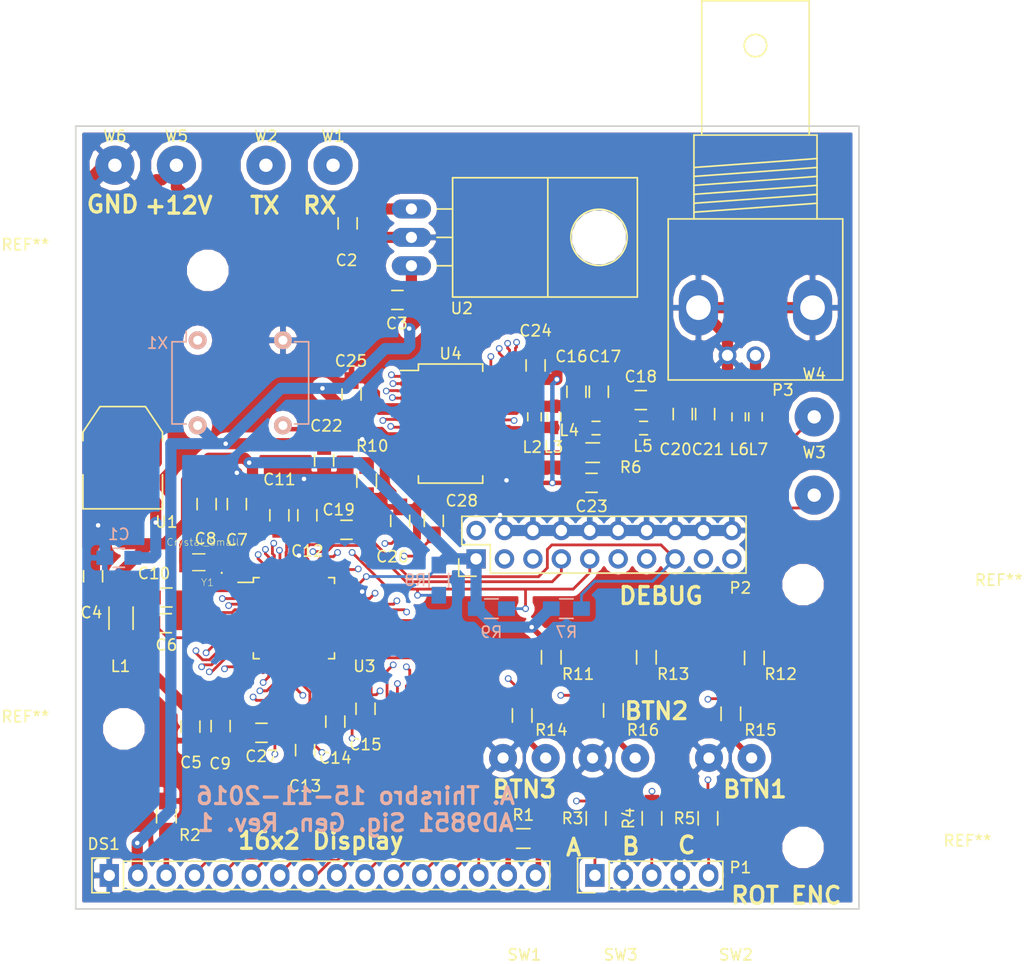
<source format=kicad_pcb>
(kicad_pcb (version 4) (host pcbnew 4.0.2-stable)
  (title_block (date 2016-11-13))
  (layers (0 F.Cu power) (1 In1.Cu signal) (2 In2.Cu signal) (31 B.Cu power) (34 B.Paste user) (35 F.Paste user) (36 B.SilkS user) (37 F.SilkS user) (38 B.Mask user) (39 F.Mask user) (44 Edge.Cuts user))
  (net 0 "")
  (net 1 +12V)
  (net 2 GND)
  (net 3 +5V)
  (net 4 +3V3)
  (net 5 /VDDANA)
  (net 6 /GNDANA)
  (net 7 "Net-(C7-Pad1)")
  (net 8 "Net-(C8-Pad1)")
  (net 9 /VDDCORE)
  (net 10 /ROT_A)
  (net 11 /ROT_B)
  (net 12 /ROT_C)
  (net 13 /MCU_RESET)
  (net 14 "Net-(DS1-Pad3)")
  (net 15 /LCD_RS)
  (net 16 /LCD_RW)
  (net 17 /LCD_EN)
  (net 18 /LCD_D0)
  (net 19 /LCD_D1)
  (net 20 /LCD_D2)
  (net 21 /LCD_D3)
  (net 22 /LCD_D4)
  (net 23 /LCD_D5)
  (net 24 /LCD_D6)
  (net 25 /LCD_D7)
  (net 26 "Net-(DS1-Pad15)")
  (net 27 "Net-(DS1-Pad16)")
  (net 28 "Net-(P1-Pad1)")
  (net 29 "Net-(P1-Pad3)")
  (net 30 /SWDIO)
  (net 31 /SWCLK)
  (net 32 "Net-(P1-Pad5)")
  (net 33 "Net-(R6-Pad1)")
  (net 34 /DDS_D0)
  (net 35 /DDS_D1)
  (net 36 "Net-(U3-Pad7)")
  (net 37 "Net-(U3-Pad8)")
  (net 38 /DDS_D2)
  (net 39 /DDS_D3)
  (net 40 /DDS_D4)
  (net 41 /DDS_D5)
  (net 42 /DDS_D6)
  (net 43 /DDS_D7)
  (net 44 /DDS_W_CLK)
  (net 45 /DDS_F_UP)
  (net 46 /DDS_RESET)
  (net 47 "Net-(U3-Pad39)")
  (net 48 "Net-(U3-Pad41)")
  (net 49 /UART_RX)
  (net 50 /UART_TX)
  (net 51 /X_OUT)
  (net 52 "Net-(U4-Pad13)")
  (net 53 "Net-(U4-Pad14)")
  (net 54 "Net-(U4-Pad17)")
  (net 55 "Net-(X1-Pad1)")
  (net 56 "Net-(C16-Pad1)")
  (net 57 "Net-(C18-Pad1)")
  (net 58 "Net-(C20-Pad1)")
  (net 59 /FILTER_IN)
  (net 60 "Net-(L6-Pad2)")
  (net 61 "Net-(P2-Pad2)")
  (net 62 "Net-(P2-Pad3)")
  (net 63 "Net-(P2-Pad5)")
  (net 64 "Net-(P2-Pad11)")
  (net 65 "Net-(P2-Pad13)")
  (net 66 "Net-(P2-Pad17)")
  (net 67 "Net-(P2-Pad19)")
  (net 68 "Net-(R10-Pad1)")
  (net 69 /BTN3_IN)
  (net 70 /BTN1_IN)
  (net 71 /BTN2_IN)
  (net 72 "Net-(R14-Pad2)")
  (net 73 "Net-(R15-Pad2)")
  (net 74 "Net-(R16-Pad2)")
  (module Pin_Headers:Pin_Header_Straight_1x05 (layer F.Cu) (at 96.4 117 90)
    (fp_text reference P1 (at 0.7 13 180) (layer F.SilkS))
    (fp_text value ROT_ENC)
    (pad 1 thru_hole rect (at 0 0 90) (size 2.032 1.7272) (drill 1.016) (layers *.Cu *.Mask) (net 28 "Net-(P1-Pad1)"))
    (pad 2 thru_hole oval (at 0 2.54 90) (size 2.032 1.7272) (drill 1.016) (layers *.Cu *.Mask) (net 2 GND))
    (pad 3 thru_hole oval (at 0 5.08 90) (size 2.032 1.7272) (drill 1.016) (layers *.Cu *.Mask) (net 29 "Net-(P1-Pad3)"))
    (pad 4 thru_hole oval (at 0 7.62 90) (size 2.032 1.7272) (drill 1.016) (layers *.Cu *.Mask) (net 2 GND))
    (pad 5 thru_hole oval (at 0 10.16 90) (size 2.032 1.7272) (drill 1.016) (layers *.Cu *.Mask) (net 32 "Net-(P1-Pad5)"))
  )
  (module Capacitors_SMD:C_0805_HandSoldering (layer B.Cu) (at 53.85 88.6 180)
    (fp_text reference C1 (at 0 2.1 180) (layer B.SilkS) (effects (justify mirror)))
    (fp_text value 100nF)
    (pad 1 smd rect (at -1.25 0 180) (size 1.5 1.25) (layers B.Cu B.Paste B.Mask) (net 1 +12V))
    (pad 2 smd rect (at 1.25 0 180) (size 1.5 1.25) (layers B.Cu B.Paste B.Mask) (net 2 GND))
  )
  (module Capacitors_SMD:C_0805_HandSoldering (layer F.Cu) (at 74.3 58.7 270)
    (fp_text reference C2 (at 3.3 0.1 360) (layer F.SilkS))
    (fp_text value 100nF)
    (pad 1 smd rect (at -1.25 0 270) (size 1.5 1.25) (layers F.Cu F.Paste F.Mask) (net 1 +12V))
    (pad 2 smd rect (at 1.25 0 270) (size 1.5 1.25) (layers F.Cu F.Paste F.Mask) (net 2 GND))
  )
  (module Capacitors_SMD:C_0805_HandSoldering (layer F.Cu) (at 78.75 65.55 180)
    (fp_text reference C3 (at 0.05 -2.1 180) (layer F.SilkS))
    (fp_text value 100nF)
    (pad 1 smd rect (at -1.25 0 180) (size 1.5 1.25) (layers F.Cu F.Paste F.Mask) (net 3 +5V))
    (pad 2 smd rect (at 1.25 0 180) (size 1.5 1.25) (layers F.Cu F.Paste F.Mask) (net 2 GND))
  )
  (module Capacitors_SMD:C_0805_HandSoldering (layer F.Cu) (at 51.55 90.25 90)
    (fp_text reference C4 (at -3.25 -0.15 180) (layer F.SilkS))
    (fp_text value 10uF)
    (pad 1 smd rect (at -1.25 0 90) (size 1.5 1.25) (layers F.Cu F.Paste F.Mask) (net 4 +3V3))
    (pad 2 smd rect (at 1.25 0 90) (size 1.5 1.25) (layers F.Cu F.Paste F.Mask) (net 2 GND))
  )
  (module Capacitors_SMD:C_0805_HandSoldering (layer F.Cu) (at 60.25 103.7 270)
    (fp_text reference C5 (at 3.2 -0.05 360) (layer F.SilkS))
    (fp_text value 10uF)
    (pad 1 smd rect (at -1.25 0 270) (size 1.5 1.25) (layers F.Cu F.Paste F.Mask) (net 4 +3V3))
    (pad 2 smd rect (at 1.25 0 270) (size 1.5 1.25) (layers F.Cu F.Paste F.Mask) (net 2 GND))
  )
  (module Capacitors_SMD:C_0805_HandSoldering (layer F.Cu) (at 58.05 94.45)
    (fp_text reference C6 (at 0.05 1.95) (layer F.SilkS))
    (fp_text value 10uF)
    (pad 1 smd rect (at -1.25 0) (size 1.5 1.25) (layers F.Cu F.Paste F.Mask) (net 5 /VDDANA))
    (pad 2 smd rect (at 1.25 0) (size 1.5 1.25) (layers F.Cu F.Paste F.Mask) (net 6 /GNDANA))
  )
  (module Capacitors_SMD:C_0805_HandSoldering (layer F.Cu) (at 64.4 83.8 90)
    (fp_text reference C7 (at -3.2 0 180) (layer F.SilkS))
    (fp_text value 15pF)
    (pad 1 smd rect (at -1.25 0 90) (size 1.5 1.25) (layers F.Cu F.Paste F.Mask) (net 7 "Net-(C7-Pad1)"))
    (pad 2 smd rect (at 1.25 0 90) (size 1.5 1.25) (layers F.Cu F.Paste F.Mask) (net 2 GND))
  )
  (module Capacitors_SMD:C_0805_HandSoldering (layer F.Cu) (at 61.7 83.8 90)
    (fp_text reference C8 (at -3.1 -0.1 180) (layer F.SilkS))
    (fp_text value 15pF)
    (pad 1 smd rect (at -1.25 0 90) (size 1.5 1.25) (layers F.Cu F.Paste F.Mask) (net 8 "Net-(C8-Pad1)"))
    (pad 2 smd rect (at 1.25 0 90) (size 1.5 1.25) (layers F.Cu F.Paste F.Mask) (net 2 GND))
  )
  (module Capacitors_SMD:C_0805_HandSoldering (layer F.Cu) (at 62.95 103.65 270)
    (fp_text reference C9 (at 3.35 0.05 360) (layer F.SilkS))
    (fp_text value 100nF)
    (pad 1 smd rect (at -1.25 0 270) (size 1.5 1.25) (layers F.Cu F.Paste F.Mask) (net 4 +3V3))
    (pad 2 smd rect (at 1.25 0 270) (size 1.5 1.25) (layers F.Cu F.Paste F.Mask) (net 2 GND))
  )
  (module Capacitors_SMD:C_0805_HandSoldering (layer F.Cu) (at 58.1 92.15)
    (fp_text reference C10 (at -1.1 -2.15) (layer F.SilkS))
    (fp_text value 100nF)
    (pad 1 smd rect (at -1.25 0) (size 1.5 1.25) (layers F.Cu F.Paste F.Mask) (net 5 /VDDANA))
    (pad 2 smd rect (at 1.25 0) (size 1.5 1.25) (layers F.Cu F.Paste F.Mask) (net 6 /GNDANA))
  )
  (module Capacitors_SMD:C_0805_HandSoldering (layer F.Cu) (at 68.2 84.8 90)
    (fp_text reference C11 (at 3.2 0 180) (layer F.SilkS))
    (fp_text value 100nF)
    (pad 1 smd rect (at -1.25 0 90) (size 1.5 1.25) (layers F.Cu F.Paste F.Mask) (net 4 +3V3))
    (pad 2 smd rect (at 1.25 0 90) (size 1.5 1.25) (layers F.Cu F.Paste F.Mask) (net 2 GND))
  )
  (module Capacitors_SMD:C_0805_HandSoldering (layer F.Cu) (at 70.7 84.8 90)
    (fp_text reference C12 (at -3.2 0 180) (layer F.SilkS))
    (fp_text value 100nF)
    (pad 1 smd rect (at -1.25 0 90) (size 1.5 1.25) (layers F.Cu F.Paste F.Mask) (net 9 /VDDCORE))
    (pad 2 smd rect (at 1.25 0 90) (size 1.5 1.25) (layers F.Cu F.Paste F.Mask) (net 2 GND))
  )
  (module Capacitors_SMD:C_0805_HandSoldering (layer F.Cu) (at 70.5 105.8 270)
    (fp_text reference C13 (at 3.2 0 360) (layer F.SilkS))
    (fp_text value 100nF)
    (pad 1 smd rect (at -1.25 0 270) (size 1.5 1.25) (layers F.Cu F.Paste F.Mask) (net 10 /ROT_A))
    (pad 2 smd rect (at 1.25 0 270) (size 1.5 1.25) (layers F.Cu F.Paste F.Mask) (net 2 GND))
  )
  (module Capacitors_SMD:C_0805_HandSoldering (layer F.Cu) (at 73.2 103.25 270)
    (fp_text reference C14 (at 3.25 0 360) (layer F.SilkS))
    (fp_text value 100nF)
    (pad 1 smd rect (at -1.25 0 270) (size 1.5 1.25) (layers F.Cu F.Paste F.Mask) (net 11 /ROT_B))
    (pad 2 smd rect (at 1.25 0 270) (size 1.5 1.25) (layers F.Cu F.Paste F.Mask) (net 2 GND))
  )
  (module Capacitors_SMD:C_0805_HandSoldering (layer F.Cu) (at 75.9 102.1 270)
    (fp_text reference C15 (at 3.2 0 360) (layer F.SilkS))
    (fp_text value 100nF)
    (pad 1 smd rect (at -1.25 0 270) (size 1.5 1.25) (layers F.Cu F.Paste F.Mask) (net 12 /ROT_C))
    (pad 2 smd rect (at 1.25 0 270) (size 1.5 1.25) (layers F.Cu F.Paste F.Mask) (net 2 GND))
  )
  (module Capacitors_SMD:C_0805_HandSoldering (layer F.Cu) (at 94.75 73.75 90)
    (fp_text reference C16 (at 3.15 -0.45 180) (layer F.SilkS))
    (fp_text value 30pF)
    (pad 1 smd rect (at -1.25 0 90) (size 1.5 1.25) (layers F.Cu F.Paste F.Mask) (net 56 "Net-(C16-Pad1)"))
    (pad 2 smd rect (at 1.25 0 90) (size 1.5 1.25) (layers F.Cu F.Paste F.Mask) (net 2 GND))
  )
  (module Capacitors_SMD:C_0805_HandSoldering (layer F.Cu) (at 96.75 73.75 90)
    (fp_text reference C17 (at 3.15 0.55 180) (layer F.SilkS))
    (fp_text value 5pF)
    (pad 1 smd rect (at -1.25 0 90) (size 1.5 1.25) (layers F.Cu F.Paste F.Mask) (net 56 "Net-(C16-Pad1)"))
    (pad 2 smd rect (at 1.25 0 90) (size 1.5 1.25) (layers F.Cu F.Paste F.Mask) (net 2 GND))
  )
  (module Capacitors_SMD:C_0805_HandSoldering (layer F.Cu) (at 100.5 74.5)
    (fp_text reference C18 (at 0 -2.1) (layer F.SilkS))
    (fp_text value 36pF)
    (pad 1 smd rect (at -1.25 0) (size 1.5 1.25) (layers F.Cu F.Paste F.Mask) (net 57 "Net-(C18-Pad1)"))
    (pad 2 smd rect (at 1.25 0) (size 1.5 1.25) (layers F.Cu F.Paste F.Mask) (net 2 GND))
  )
  (module Capacitors_SMD:C_0805_HandSoldering (layer F.Cu) (at 74.2 86.1)
    (fp_text reference C19 (at -0.7 -1.8) (layer F.SilkS))
    (fp_text value 100nF)
    (pad 1 smd rect (at -1.25 0) (size 1.5 1.25) (layers F.Cu F.Paste F.Mask) (net 13 /MCU_RESET))
    (pad 2 smd rect (at 1.25 0) (size 1.5 1.25) (layers F.Cu F.Paste F.Mask) (net 2 GND))
  )
  (module Capacitors_SMD:C_0805_HandSoldering (layer F.Cu) (at 104.25 75.75 90)
    (fp_text reference C20 (at -3.15 -0.65 180) (layer F.SilkS))
    (fp_text value 30pF)
    (pad 1 smd rect (at -1.25 0 90) (size 1.5 1.25) (layers F.Cu F.Paste F.Mask) (net 58 "Net-(C20-Pad1)"))
    (pad 2 smd rect (at 1.25 0 90) (size 1.5 1.25) (layers F.Cu F.Paste F.Mask) (net 2 GND))
  )
  (module Capacitors_SMD:C_0805_HandSoldering (layer F.Cu) (at 106.25 75.75 90)
    (fp_text reference C21 (at -3.15 0.25 180) (layer F.SilkS))
    (fp_text value 5pF)
    (pad 1 smd rect (at -1.25 0 90) (size 1.5 1.25) (layers F.Cu F.Paste F.Mask) (net 58 "Net-(C20-Pad1)"))
    (pad 2 smd rect (at 1.25 0 90) (size 1.5 1.25) (layers F.Cu F.Paste F.Mask) (net 2 GND))
  )
  (module Capacitors_SMD:C_0805_HandSoldering (layer F.Cu) (at 72.2 79.9 270)
    (fp_text reference C22 (at -3.1 -0.2 360) (layer F.SilkS))
    (fp_text value 100nF)
    (pad 1 smd rect (at -1.25 0 270) (size 1.5 1.25) (layers F.Cu F.Paste F.Mask) (net 3 +5V))
    (pad 2 smd rect (at 1.25 0 270) (size 1.5 1.25) (layers F.Cu F.Paste F.Mask) (net 2 GND))
  )
  (module Capacitors_SMD:C_0805_HandSoldering (layer F.Cu) (at 96.1 81.9 180)
    (fp_text reference C23 (at 0 -2.1 180) (layer F.SilkS))
    (fp_text value 100nF)
    (pad 1 smd rect (at -1.25 0 180) (size 1.5 1.25) (layers F.Cu F.Paste F.Mask) (net 2 GND))
    (pad 2 smd rect (at 1.25 0 180) (size 1.5 1.25) (layers F.Cu F.Paste F.Mask) (net 3 +5V))
  )
  (module Capacitors_SMD:C_0805_HandSoldering (layer F.Cu) (at 91.1 71.4 90)
    (fp_text reference C24 (at 3.1 0 180) (layer F.SilkS))
    (fp_text value 100nF)
    (pad 1 smd rect (at -1.25 0 90) (size 1.5 1.25) (layers F.Cu F.Paste F.Mask) (net 3 +5V))
    (pad 2 smd rect (at 1.25 0 90) (size 1.5 1.25) (layers F.Cu F.Paste F.Mask) (net 2 GND))
  )
  (module Capacitors_SMD:C_0805_HandSoldering (layer F.Cu) (at 74.65 74 270)
    (fp_text reference C25 (at -3 0.05 360) (layer F.SilkS))
    (fp_text value 100nF)
    (pad 1 smd rect (at -1.25 0 270) (size 1.5 1.25) (layers F.Cu F.Paste F.Mask) (net 2 GND))
    (pad 2 smd rect (at 1.25 0 270) (size 1.5 1.25) (layers F.Cu F.Paste F.Mask) (net 3 +5V))
  )
  (module Pin_Headers:Pin_Header_Straight_1x16 (layer F.Cu) (at 53 117 90)
    (fp_text reference DS1 (at 2.8 -0.5 180) (layer F.SilkS))
    (fp_text value RC1602A-GHW-ESX)
    (pad 1 thru_hole rect (at 0 0 90) (size 2.032 1.7272) (drill 1.016) (layers *.Cu *.Mask) (net 2 GND))
    (pad 2 thru_hole oval (at 0 2.54 90) (size 2.032 1.7272) (drill 1.016) (layers *.Cu *.Mask) (net 3 +5V))
    (pad 3 thru_hole oval (at 0 5.08 90) (size 2.032 1.7272) (drill 1.016) (layers *.Cu *.Mask) (net 14 "Net-(DS1-Pad3)"))
    (pad 4 thru_hole oval (at 0 7.62 90) (size 2.032 1.7272) (drill 1.016) (layers *.Cu *.Mask) (net 15 /LCD_RS))
    (pad 5 thru_hole oval (at 0 10.16 90) (size 2.032 1.7272) (drill 1.016) (layers *.Cu *.Mask) (net 16 /LCD_RW))
    (pad 6 thru_hole oval (at 0 12.7 90) (size 2.032 1.7272) (drill 1.016) (layers *.Cu *.Mask) (net 17 /LCD_EN))
    (pad 7 thru_hole oval (at 0 15.24 90) (size 2.032 1.7272) (drill 1.016) (layers *.Cu *.Mask) (net 18 /LCD_D0))
    (pad 8 thru_hole oval (at 0 17.78 90) (size 2.032 1.7272) (drill 1.016) (layers *.Cu *.Mask) (net 19 /LCD_D1))
    (pad 9 thru_hole oval (at 0 20.32 90) (size 2.032 1.7272) (drill 1.016) (layers *.Cu *.Mask) (net 20 /LCD_D2))
    (pad 10 thru_hole oval (at 0 22.86 90) (size 2.032 1.7272) (drill 1.016) (layers *.Cu *.Mask) (net 21 /LCD_D3))
    (pad 11 thru_hole oval (at 0 25.4 90) (size 2.032 1.7272) (drill 1.016) (layers *.Cu *.Mask) (net 22 /LCD_D4))
    (pad 12 thru_hole oval (at 0 27.94 90) (size 2.032 1.7272) (drill 1.016) (layers *.Cu *.Mask) (net 23 /LCD_D5))
    (pad 13 thru_hole oval (at 0 30.48 90) (size 2.032 1.7272) (drill 1.016) (layers *.Cu *.Mask) (net 24 /LCD_D6))
    (pad 14 thru_hole oval (at 0 33.02 90) (size 2.032 1.7272) (drill 1.016) (layers *.Cu *.Mask) (net 25 /LCD_D7))
    (pad 15 thru_hole oval (at 0 35.56 90) (size 2.032 1.7272) (drill 1.016) (layers *.Cu *.Mask) (net 26 "Net-(DS1-Pad15)"))
    (pad 16 thru_hole oval (at 0 38.1 90) (size 2.032 1.7272) (drill 1.016) (layers *.Cu *.Mask) (net 27 "Net-(DS1-Pad16)"))
  )
  (module Resistors_SMD:R_1206_HandSoldering (layer F.Cu) (at 54.05 94 270)
    (fp_text reference L1 (at 4.3 0.05 360) (layer F.SilkS))
    (fp_text value BLM18AG121SN1D)
    (pad 1 smd rect (at -2 0 270) (size 2 1.7) (layers F.Cu F.Paste F.Mask) (net 4 +3V3))
    (pad 2 smd rect (at 2 0 270) (size 2 1.7) (layers F.Cu F.Paste F.Mask) (net 5 /VDDANA))
  )
  (module Capacitors_SMD:C_0603_HandSoldering (layer F.Cu) (at 91 76 90)
    (fp_text reference L2 (at -2.7 -0.2 180) (layer F.SilkS))
    (fp_text value 0.82uH)
    (pad 1 smd rect (at -0.95 0 90) (size 1.2 0.75) (layers F.Cu F.Paste F.Mask) (net 59 /FILTER_IN))
    (pad 2 smd rect (at 0.95 0 90) (size 1.2 0.75) (layers F.Cu F.Paste F.Mask) (net 56 "Net-(C16-Pad1)"))
  )
  (module Capacitors_SMD:C_0603_HandSoldering (layer F.Cu) (at 92.75 76 90)
    (fp_text reference L3 (at -2.7 -0.05 180) (layer F.SilkS))
    (fp_text value 0.82uH)
    (pad 1 smd rect (at -0.95 0 90) (size 1.2 0.75) (layers F.Cu F.Paste F.Mask) (net 59 /FILTER_IN))
    (pad 2 smd rect (at 0.95 0 90) (size 1.2 0.75) (layers F.Cu F.Paste F.Mask) (net 56 "Net-(C16-Pad1)"))
  )
  (module Capacitors_SMD:C_0603_HandSoldering (layer F.Cu) (at 96.5 77)
    (fp_text reference L4 (at -2.4 0.2) (layer F.SilkS))
    (fp_text value 0.5uH)
    (pad 1 smd rect (at -0.95 0) (size 1.2 0.75) (layers F.Cu F.Paste F.Mask) (net 56 "Net-(C16-Pad1)"))
    (pad 2 smd rect (at 0.95 0) (size 1.2 0.75) (layers F.Cu F.Paste F.Mask) (net 57 "Net-(C18-Pad1)"))
  )
  (module Capacitors_SMD:C_0603_HandSoldering (layer F.Cu) (at 100.75 77)
    (fp_text reference L5 (at -0.05 1.6) (layer F.SilkS))
    (fp_text value 0.5uH)
    (pad 1 smd rect (at -0.95 0) (size 1.2 0.75) (layers F.Cu F.Paste F.Mask) (net 57 "Net-(C18-Pad1)"))
    (pad 2 smd rect (at 0.95 0) (size 1.2 0.75) (layers F.Cu F.Paste F.Mask) (net 58 "Net-(C20-Pad1)"))
  )
  (module Capacitors_SMD:C_0603_HandSoldering (layer F.Cu) (at 109.25 76 90)
    (fp_text reference L6 (at -2.9 0.05 180) (layer F.SilkS))
    (fp_text value 0.82uH)
    (pad 1 smd rect (at -0.95 0 90) (size 1.2 0.75) (layers F.Cu F.Paste F.Mask) (net 58 "Net-(C20-Pad1)"))
    (pad 2 smd rect (at 0.95 0 90) (size 1.2 0.75) (layers F.Cu F.Paste F.Mask) (net 60 "Net-(L6-Pad2)"))
  )
  (module Capacitors_SMD:C_0603_HandSoldering (layer F.Cu) (at 110.75 76 90)
    (fp_text reference L7 (at -2.9 0.25 180) (layer F.SilkS))
    (fp_text value 0.82uH)
    (pad 1 smd rect (at -0.95 0 90) (size 1.2 0.75) (layers F.Cu F.Paste F.Mask) (net 58 "Net-(C20-Pad1)"))
    (pad 2 smd rect (at 0.95 0 90) (size 1.2 0.75) (layers F.Cu F.Paste F.Mask) (net 60 "Net-(L6-Pad2)"))
  )
  (module Pin_Headers:Pin_Header_Straight_2x10 (layer F.Cu) (at 85.78 88.7 90)
    (fp_text reference P2 (at -2.6 23.62 180) (layer F.SilkS))
    (fp_text value CONN_02X10)
    (pad 1 thru_hole rect (at 0 0 90) (size 1.7272 1.7272) (drill 1.016) (layers *.Cu *.Mask) (net 4 +3V3))
    (pad 2 thru_hole oval (at 2.54 0 90) (size 1.7272 1.7272) (drill 1.016) (layers *.Cu *.Mask) (net 61 "Net-(P2-Pad2)"))
    (pad 3 thru_hole oval (at 0 2.54 90) (size 1.7272 1.7272) (drill 1.016) (layers *.Cu *.Mask) (net 62 "Net-(P2-Pad3)"))
    (pad 4 thru_hole oval (at 2.54 2.54 90) (size 1.7272 1.7272) (drill 1.016) (layers *.Cu *.Mask) (net 2 GND))
    (pad 5 thru_hole oval (at 0 5.08 90) (size 1.7272 1.7272) (drill 1.016) (layers *.Cu *.Mask) (net 63 "Net-(P2-Pad5)"))
    (pad 6 thru_hole oval (at 2.54 5.08 90) (size 1.7272 1.7272) (drill 1.016) (layers *.Cu *.Mask) (net 2 GND))
    (pad 7 thru_hole oval (at 0 7.62 90) (size 1.7272 1.7272) (drill 1.016) (layers *.Cu *.Mask) (net 30 /SWDIO))
    (pad 8 thru_hole oval (at 2.54 7.62 90) (size 1.7272 1.7272) (drill 1.016) (layers *.Cu *.Mask) (net 2 GND))
    (pad 9 thru_hole oval (at 0 10.16 90) (size 1.7272 1.7272) (drill 1.016) (layers *.Cu *.Mask) (net 31 /SWCLK))
    (pad 10 thru_hole oval (at 2.54 10.16 90) (size 1.7272 1.7272) (drill 1.016) (layers *.Cu *.Mask) (net 2 GND))
    (pad 11 thru_hole oval (at 0 12.7 90) (size 1.7272 1.7272) (drill 1.016) (layers *.Cu *.Mask) (net 64 "Net-(P2-Pad11)"))
    (pad 12 thru_hole oval (at 2.54 12.7 90) (size 1.7272 1.7272) (drill 1.016) (layers *.Cu *.Mask) (net 2 GND))
    (pad 13 thru_hole oval (at 0 15.24 90) (size 1.7272 1.7272) (drill 1.016) (layers *.Cu *.Mask) (net 65 "Net-(P2-Pad13)"))
    (pad 14 thru_hole oval (at 2.54 15.24 90) (size 1.7272 1.7272) (drill 1.016) (layers *.Cu *.Mask) (net 2 GND))
    (pad 15 thru_hole oval (at 0 17.78 90) (size 1.7272 1.7272) (drill 1.016) (layers *.Cu *.Mask) (net 13 /MCU_RESET))
    (pad 16 thru_hole oval (at 2.54 17.78 90) (size 1.7272 1.7272) (drill 1.016) (layers *.Cu *.Mask) (net 2 GND))
    (pad 17 thru_hole oval (at 0 20.32 90) (size 1.7272 1.7272) (drill 1.016) (layers *.Cu *.Mask) (net 66 "Net-(P2-Pad17)"))
    (pad 18 thru_hole oval (at 2.54 20.32 90) (size 1.7272 1.7272) (drill 1.016) (layers *.Cu *.Mask) (net 2 GND))
    (pad 19 thru_hole oval (at 0 22.86 90) (size 1.7272 1.7272) (drill 1.016) (layers *.Cu *.Mask) (net 67 "Net-(P2-Pad19)"))
    (pad 20 thru_hole oval (at 2.54 22.86 90) (size 1.7272 1.7272) (drill 1.016) (layers *.Cu *.Mask) (net 2 GND))
  )
  (module Sockets_BNC:BNC_Socket_TYCO-AMP (layer F.Cu) (at 110.75 65.5)
    (fp_text reference P3 (at 2.45 8.1) (layer F.SilkS))
    (fp_text value BNC)
    (pad 2 thru_hole oval (at -5.09778 0.7366) (size 3.50012 5.00126) (drill 2.19964) (layers *.Cu *.Mask) (net 2 GND))
    (pad 2 thru_hole oval (at 5.10032 0.7366) (size 3.50012 5.00126) (drill 2.19964) (layers *.Cu *.Mask) (net 2 GND))
    (pad 1 thru_hole circle (at 0 5.00126) (size 1.6002 1.6002) (drill 1.00076) (layers *.Cu *.Mask) (net 60 "Net-(L6-Pad2)"))
    (pad 2 thru_hole circle (at -2.49936 5.00126) (size 1.6002 1.6002) (drill 1.00076) (layers *.Cu *.Mask) (net 2 GND))
  )
  (module Resistors_SMD:R_0805_HandSoldering (layer F.Cu) (at 90 113.7)
    (fp_text reference R1 (at 0 -2.1) (layer F.SilkS))
    (fp_text value 220ohm)
    (pad 1 smd rect (at -1.35 0) (size 1.5 1.3) (layers F.Cu F.Paste F.Mask) (net 26 "Net-(DS1-Pad15)"))
    (pad 2 smd rect (at 1.35 0) (size 1.5 1.3) (layers F.Cu F.Paste F.Mask) (net 27 "Net-(DS1-Pad16)"))
  )
  (module Resistors_SMD:R_0805_HandSoldering (layer F.Cu) (at 58.1 111.7 90)
    (fp_text reference R2 (at -1.7 2.1 180) (layer F.SilkS))
    (fp_text value 2kohm)
    (pad 1 smd rect (at -1.35 0 90) (size 1.5 1.3) (layers F.Cu F.Paste F.Mask) (net 14 "Net-(DS1-Pad3)"))
    (pad 2 smd rect (at 1.35 0 90) (size 1.5 1.3) (layers F.Cu F.Paste F.Mask) (net 2 GND))
  )
  (module Resistors_SMD:R_0805_HandSoldering (layer F.Cu) (at 96.5 111.9 90)
    (fp_text reference R3 (at 0 -2.1 180) (layer F.SilkS))
    (fp_text value 27kohm)
    (pad 1 smd rect (at -1.35 0 90) (size 1.5 1.3) (layers F.Cu F.Paste F.Mask) (net 28 "Net-(P1-Pad1)"))
    (pad 2 smd rect (at 1.35 0 90) (size 1.5 1.3) (layers F.Cu F.Paste F.Mask) (net 10 /ROT_A))
  )
  (module Resistors_SMD:R_0805_HandSoldering (layer F.Cu) (at 101.5 111.9 90)
    (fp_text reference R4 (at 0 -2.1 90) (layer F.SilkS))
    (fp_text value 27kohm)
    (pad 1 smd rect (at -1.35 0 90) (size 1.5 1.3) (layers F.Cu F.Paste F.Mask) (net 29 "Net-(P1-Pad3)"))
    (pad 2 smd rect (at 1.35 0 90) (size 1.5 1.3) (layers F.Cu F.Paste F.Mask) (net 11 /ROT_B))
  )
  (module Resistors_SMD:R_0805_HandSoldering (layer F.Cu) (at 106.5 111.9 90)
    (fp_text reference R5 (at 0 -2.1 180) (layer F.SilkS))
    (fp_text value 27kohm)
    (pad 1 smd rect (at -1.35 0 90) (size 1.5 1.3) (layers F.Cu F.Paste F.Mask) (net 32 "Net-(P1-Pad5)"))
    (pad 2 smd rect (at 1.35 0 90) (size 1.5 1.3) (layers F.Cu F.Paste F.Mask) (net 12 /ROT_C))
  )
  (module Resistors_SMD:R_0805_HandSoldering (layer F.Cu) (at 96.2 79.2)
    (fp_text reference R6 (at 3.4 1.3) (layer F.SilkS))
    (fp_text value 25ohm)
    (pad 1 smd rect (at -1.35 0) (size 1.5 1.3) (layers F.Cu F.Paste F.Mask) (net 33 "Net-(R6-Pad1)"))
    (pad 2 smd rect (at 1.35 0) (size 1.5 1.3) (layers F.Cu F.Paste F.Mask) (net 2 GND))
  )
  (module Resistors_SMD:R_0805_HandSoldering (layer B.Cu) (at 93.85 93.15)
    (fp_text reference R7 (at 0 2.1) (layer B.SilkS) (effects (justify mirror)))
    (fp_text value 100kohm)
    (pad 1 smd rect (at -1.35 0) (size 1.5 1.3) (layers B.Cu B.Paste B.Mask) (net 4 +3V3))
    (pad 2 smd rect (at 1.35 0) (size 1.5 1.3) (layers B.Cu B.Paste B.Mask) (net 13 /MCU_RESET))
  )
  (module Resistors_SMD:R_0805_HandSoldering (layer B.Cu) (at 82.45 90.6 270)
    (fp_text reference R8 (at 0 2.1 360) (layer B.SilkS) (effects (justify mirror)))
    (fp_text value 100kohm)
    (pad 1 smd rect (at -1.35 0 270) (size 1.5 1.3) (layers B.Cu B.Paste B.Mask) (net 4 +3V3))
    (pad 2 smd rect (at 1.35 0 270) (size 1.5 1.3) (layers B.Cu B.Paste B.Mask) (net 31 /SWCLK))
  )
  (module Resistors_SMD:R_0805_HandSoldering (layer B.Cu) (at 87.15 93.15)
    (fp_text reference R9 (at 0 2.1) (layer B.SilkS) (effects (justify mirror)))
    (fp_text value 100kohm)
    (pad 1 smd rect (at -1.35 0) (size 1.5 1.3) (layers B.Cu B.Paste B.Mask) (net 4 +3V3))
    (pad 2 smd rect (at 1.35 0) (size 1.5 1.3) (layers B.Cu B.Paste B.Mask) (net 31 /SWCLK))
  )
  (module Resistors_SMD:R_0805_HandSoldering (layer F.Cu) (at 76 81.7 270)
    (fp_text reference R10 (at -3.1 -0.5 360) (layer F.SilkS))
    (fp_text value 3.9kohm)
    (pad 1 smd rect (at -1.35 0 270) (size 1.5 1.3) (layers F.Cu F.Paste F.Mask) (net 68 "Net-(R10-Pad1)"))
    (pad 2 smd rect (at 1.35 0 270) (size 1.5 1.3) (layers F.Cu F.Paste F.Mask) (net 2 GND))
  )
  (module TO_SOT_Packages_SMD:SOT-223 (layer F.Cu) (at 54.2 79.652)
    (fp_text reference U1 (at 3.9 5.748) (layer F.SilkS))
    (fp_text value LD1117S33CTR)
    (pad 4 smd rect (at 0 -3.302) (size 3.6576 2.032) (layers F.Cu F.Paste F.Mask) (net 2 GND))
    (pad 2 smd rect (at 0 3.302) (size 1.016 2.032) (layers F.Cu F.Paste F.Mask) (net 4 +3V3))
    (pad 3 smd rect (at 2.286 3.302) (size 1.016 2.032) (layers F.Cu F.Paste F.Mask) (net 1 +12V))
    (pad 1 smd rect (at -2.286 3.302) (size 1.016 2.032) (layers F.Cu F.Paste F.Mask) (net 2 GND))
  )
  (module TO_SOT_Packages_THT:TO-220_Neutral123_Horizontal_LargePads (layer F.Cu) (at 80 59.95 270)
    (fp_text reference U2 (at 6.35 -4.5 360) (layer F.SilkS))
    (fp_text value LM78M05CT)
    (pad 2 thru_hole oval (at 0 0) (size 3.50012 1.69926) (drill 1.00076) (layers *.Cu *.Mask) (net 2 GND))
    (pad 1 thru_hole oval (at -2.54 0) (size 3.50012 1.69926) (drill 1.00076) (layers *.Cu *.Mask) (net 1 +12V))
    (pad 3 thru_hole oval (at 2.54 0) (size 3.50012 1.69926) (drill 1.00076) (layers *.Cu *.Mask) (net 3 +5V))
    (pad "" np_thru_hole circle (at 0 -16.764) (size 3.79984 3.79984) (drill 3.79984) (layers *.Cu *.Mask))
  )
  (module Housings_QFP:TQFP-48_7x7mm_Pitch0.5mm (layer F.Cu) (at 69.5 94)
    (fp_text reference U3 (at 6.3 4.3) (layer F.SilkS))
    (fp_text value ATSAMD21G18A-AU)
    (pad 1 smd rect (at -4.35 -2.75) (size 1.3 0.25) (layers F.Cu F.Paste F.Mask) (net 7 "Net-(C7-Pad1)"))
    (pad 2 smd rect (at -4.35 -2.25) (size 1.3 0.25) (layers F.Cu F.Paste F.Mask) (net 8 "Net-(C8-Pad1)"))
    (pad 3 smd rect (at -4.35 -1.75) (size 1.3 0.25) (layers F.Cu F.Paste F.Mask) (net 34 /DDS_D0))
    (pad 4 smd rect (at -4.35 -1.25) (size 1.3 0.25) (layers F.Cu F.Paste F.Mask) (net 35 /DDS_D1))
    (pad 5 smd rect (at -4.35 -0.75) (size 1.3 0.25) (layers F.Cu F.Paste F.Mask) (net 6 /GNDANA))
    (pad 6 smd rect (at -4.35 -0.25) (size 1.3 0.25) (layers F.Cu F.Paste F.Mask) (net 5 /VDDANA))
    (pad 7 smd rect (at -4.35 0.25) (size 1.3 0.25) (layers F.Cu F.Paste F.Mask) (net 36 "Net-(U3-Pad7)"))
    (pad 8 smd rect (at -4.35 0.75) (size 1.3 0.25) (layers F.Cu F.Paste F.Mask) (net 37 "Net-(U3-Pad8)"))
    (pad 9 smd rect (at -4.35 1.25) (size 1.3 0.25) (layers F.Cu F.Paste F.Mask) (net 38 /DDS_D2))
    (pad 10 smd rect (at -4.35 1.75) (size 1.3 0.25) (layers F.Cu F.Paste F.Mask) (net 39 /DDS_D3))
    (pad 11 smd rect (at -4.35 2.25) (size 1.3 0.25) (layers F.Cu F.Paste F.Mask) (net 40 /DDS_D4))
    (pad 12 smd rect (at -4.35 2.75) (size 1.3 0.25) (layers F.Cu F.Paste F.Mask) (net 41 /DDS_D5))
    (pad 13 smd rect (at -2.75 4.35 90) (size 1.3 0.25) (layers F.Cu F.Paste F.Mask) (net 42 /DDS_D6))
    (pad 14 smd rect (at -2.25 4.35 90) (size 1.3 0.25) (layers F.Cu F.Paste F.Mask) (net 43 /DDS_D7))
    (pad 15 smd rect (at -1.75 4.35 90) (size 1.3 0.25) (layers F.Cu F.Paste F.Mask) (net 44 /DDS_W_CLK))
    (pad 16 smd rect (at -1.25 4.35 90) (size 1.3 0.25) (layers F.Cu F.Paste F.Mask) (net 45 /DDS_F_UP))
    (pad 17 smd rect (at -0.75 4.35 90) (size 1.3 0.25) (layers F.Cu F.Paste F.Mask) (net 4 +3V3))
    (pad 18 smd rect (at -0.25 4.35 90) (size 1.3 0.25) (layers F.Cu F.Paste F.Mask) (net 2 GND))
    (pad 19 smd rect (at 0.25 4.35 90) (size 1.3 0.25) (layers F.Cu F.Paste F.Mask) (net 46 /DDS_RESET))
    (pad 20 smd rect (at 0.75 4.35 90) (size 1.3 0.25) (layers F.Cu F.Paste F.Mask) (net 70 /BTN1_IN))
    (pad 21 smd rect (at 1.25 4.35 90) (size 1.3 0.25) (layers F.Cu F.Paste F.Mask) (net 10 /ROT_A))
    (pad 22 smd rect (at 1.75 4.35 90) (size 1.3 0.25) (layers F.Cu F.Paste F.Mask) (net 11 /ROT_B))
    (pad 23 smd rect (at 2.25 4.35 90) (size 1.3 0.25) (layers F.Cu F.Paste F.Mask) (net 12 /ROT_C))
    (pad 24 smd rect (at 2.75 4.35 90) (size 1.3 0.25) (layers F.Cu F.Paste F.Mask) (net 18 /LCD_D0))
    (pad 25 smd rect (at 4.35 2.75) (size 1.3 0.25) (layers F.Cu F.Paste F.Mask) (net 19 /LCD_D1))
    (pad 26 smd rect (at 4.35 2.25) (size 1.3 0.25) (layers F.Cu F.Paste F.Mask) (net 20 /LCD_D2))
    (pad 27 smd rect (at 4.35 1.75) (size 1.3 0.25) (layers F.Cu F.Paste F.Mask) (net 21 /LCD_D3))
    (pad 28 smd rect (at 4.35 1.25) (size 1.3 0.25) (layers F.Cu F.Paste F.Mask) (net 22 /LCD_D4))
    (pad 29 smd rect (at 4.35 0.75) (size 1.3 0.25) (layers F.Cu F.Paste F.Mask) (net 23 /LCD_D5))
    (pad 30 smd rect (at 4.35 0.25) (size 1.3 0.25) (layers F.Cu F.Paste F.Mask) (net 24 /LCD_D6))
    (pad 31 smd rect (at 4.35 -0.25) (size 1.3 0.25) (layers F.Cu F.Paste F.Mask) (net 25 /LCD_D7))
    (pad 32 smd rect (at 4.35 -0.75) (size 1.3 0.25) (layers F.Cu F.Paste F.Mask) (net 17 /LCD_EN))
    (pad 33 smd rect (at 4.35 -1.25) (size 1.3 0.25) (layers F.Cu F.Paste F.Mask) (net 16 /LCD_RW))
    (pad 34 smd rect (at 4.35 -1.75) (size 1.3 0.25) (layers F.Cu F.Paste F.Mask) (net 15 /LCD_RS))
    (pad 35 smd rect (at 4.35 -2.25) (size 1.3 0.25) (layers F.Cu F.Paste F.Mask) (net 2 GND))
    (pad 36 smd rect (at 4.35 -2.75) (size 1.3 0.25) (layers F.Cu F.Paste F.Mask) (net 4 +3V3))
    (pad 37 smd rect (at 2.75 -4.35 90) (size 1.3 0.25) (layers F.Cu F.Paste F.Mask) (net 71 /BTN2_IN))
    (pad 38 smd rect (at 2.25 -4.35 90) (size 1.3 0.25) (layers F.Cu F.Paste F.Mask) (net 69 /BTN3_IN))
    (pad 39 smd rect (at 1.75 -4.35 90) (size 1.3 0.25) (layers F.Cu F.Paste F.Mask) (net 47 "Net-(U3-Pad39)"))
    (pad 40 smd rect (at 1.25 -4.35 90) (size 1.3 0.25) (layers F.Cu F.Paste F.Mask) (net 13 /MCU_RESET))
    (pad 41 smd rect (at 0.75 -4.35 90) (size 1.3 0.25) (layers F.Cu F.Paste F.Mask) (net 48 "Net-(U3-Pad41)"))
    (pad 42 smd rect (at 0.25 -4.35 90) (size 1.3 0.25) (layers F.Cu F.Paste F.Mask) (net 2 GND))
    (pad 43 smd rect (at -0.25 -4.35 90) (size 1.3 0.25) (layers F.Cu F.Paste F.Mask) (net 9 /VDDCORE))
    (pad 44 smd rect (at -0.75 -4.35 90) (size 1.3 0.25) (layers F.Cu F.Paste F.Mask) (net 4 +3V3))
    (pad 45 smd rect (at -1.25 -4.35 90) (size 1.3 0.25) (layers F.Cu F.Paste F.Mask) (net 31 /SWCLK))
    (pad 46 smd rect (at -1.75 -4.35 90) (size 1.3 0.25) (layers F.Cu F.Paste F.Mask) (net 30 /SWDIO))
    (pad 47 smd rect (at -2.25 -4.35 90) (size 1.3 0.25) (layers F.Cu F.Paste F.Mask) (net 49 /UART_RX))
    (pad 48 smd rect (at -2.75 -4.35 90) (size 1.3 0.25) (layers F.Cu F.Paste F.Mask) (net 50 /UART_TX))
  )
  (module "RF Receiver - AD9851:SSOP-28_5.3x10.2mm_Pitch0.65mm" (layer F.Cu) (at 83.5 76.6)
    (fp_text reference U4 (at 0 -6.25) (layer F.SilkS))
    (fp_text value AD9851)
    (pad 1 smd rect (at -3.6 -4.225) (size 1.75 0.45) (layers F.Cu F.Paste F.Mask) (net 39 /DDS_D3))
    (pad 2 smd rect (at -3.6 -3.575) (size 1.75 0.45) (layers F.Cu F.Paste F.Mask) (net 38 /DDS_D2))
    (pad 3 smd rect (at -3.6 -2.925) (size 1.75 0.45) (layers F.Cu F.Paste F.Mask) (net 35 /DDS_D1))
    (pad 4 smd rect (at -3.6 -2.275) (size 1.75 0.45) (layers F.Cu F.Paste F.Mask) (net 34 /DDS_D0))
    (pad 5 smd rect (at -3.6 -1.625) (size 1.75 0.45) (layers F.Cu F.Paste F.Mask) (net 2 GND))
    (pad 6 smd rect (at -3.6 -0.975) (size 1.75 0.45) (layers F.Cu F.Paste F.Mask) (net 3 +5V))
    (pad 7 smd rect (at -3.6 -0.325) (size 1.75 0.45) (layers F.Cu F.Paste F.Mask) (net 44 /DDS_W_CLK))
    (pad 8 smd rect (at -3.6 0.325) (size 1.75 0.45) (layers F.Cu F.Paste F.Mask) (net 45 /DDS_F_UP))
    (pad 9 smd rect (at -3.6 0.975) (size 1.75 0.45) (layers F.Cu F.Paste F.Mask) (net 51 /X_OUT))
    (pad 10 smd rect (at -3.6 1.625) (size 1.75 0.45) (layers F.Cu F.Paste F.Mask) (net 2 GND))
    (pad 11 smd rect (at -3.6 2.275) (size 1.75 0.45) (layers F.Cu F.Paste F.Mask) (net 3 +5V))
    (pad 12 smd rect (at -3.6 2.925) (size 1.75 0.45) (layers F.Cu F.Paste F.Mask) (net 68 "Net-(R10-Pad1)"))
    (pad 13 smd rect (at -3.6 3.575) (size 1.75 0.45) (layers F.Cu F.Paste F.Mask) (net 52 "Net-(U4-Pad13)"))
    (pad 14 smd rect (at -3.6 4.225) (size 1.75 0.45) (layers F.Cu F.Paste F.Mask) (net 53 "Net-(U4-Pad14)"))
    (pad 15 smd rect (at 3.6 4.225) (size 1.75 0.45) (layers F.Cu F.Paste F.Mask) (net 2 GND))
    (pad 16 smd rect (at 3.6 3.575) (size 1.75 0.45) (layers F.Cu F.Paste F.Mask) (net 2 GND))
    (pad 17 smd rect (at 3.6 2.925) (size 1.75 0.45) (layers F.Cu F.Paste F.Mask) (net 54 "Net-(U4-Pad17)"))
    (pad 18 smd rect (at 3.6 2.275) (size 1.75 0.45) (layers F.Cu F.Paste F.Mask) (net 3 +5V))
    (pad 19 smd rect (at 3.6 1.625) (size 1.75 0.45) (layers F.Cu F.Paste F.Mask) (net 2 GND))
    (pad 20 smd rect (at 3.6 0.975) (size 1.75 0.45) (layers F.Cu F.Paste F.Mask) (net 33 "Net-(R6-Pad1)"))
    (pad 21 smd rect (at 3.6 0.325) (size 1.75 0.45) (layers F.Cu F.Paste F.Mask) (net 59 /FILTER_IN))
    (pad 22 smd rect (at 3.6 -0.325) (size 1.75 0.45) (layers F.Cu F.Paste F.Mask) (net 46 /DDS_RESET))
    (pad 23 smd rect (at 3.6 -0.975) (size 1.75 0.45) (layers F.Cu F.Paste F.Mask) (net 3 +5V))
    (pad 24 smd rect (at 3.6 -1.625) (size 1.75 0.45) (layers F.Cu F.Paste F.Mask) (net 2 GND))
    (pad 25 smd rect (at 3.6 -2.275) (size 1.75 0.45) (layers F.Cu F.Paste F.Mask) (net 43 /DDS_D7))
    (pad 26 smd rect (at 3.6 -2.925) (size 1.75 0.45) (layers F.Cu F.Paste F.Mask) (net 42 /DDS_D6))
    (pad 27 smd rect (at 3.6 -3.575) (size 1.75 0.45) (layers F.Cu F.Paste F.Mask) (net 41 /DDS_D5))
    (pad 28 smd rect (at 3.6 -4.225) (size 1.75 0.45) (layers F.Cu F.Paste F.Mask) (net 40 /DDS_D4))
  )
  (module "RF Receiver - AD9851:ecs2100ax" (layer B.Cu) (at 60.9 69.15 270)
    (fp_text reference X1 (at 0.25 3.6 360) (layer B.SilkS) (effects (justify mirror)))
    (fp_text value ECS-2100AX)
    (pad 1 thru_hole oval (at 0 0 270) (size 1.6 1.6) (drill 0.8) (layers *.Cu *.Mask B.SilkS) (net 55 "Net-(X1-Pad1)"))
    (pad 4 thru_hole oval (at 0 -7.62 270) (size 1.6 1.6) (drill 0.8) (layers *.Cu *.Mask B.SilkS) (net 2 GND))
    (pad 5 thru_hole oval (at 7.62 -7.62 270) (size 1.6 1.6) (drill 0.8) (layers *.Cu *.Mask B.SilkS) (net 51 /X_OUT))
    (pad 8 thru_hole oval (at 7.62 0 270) (size 1.6 1.6) (drill 0.8) (layers *.Cu *.Mask B.SilkS) (net 3 +5V))
  )
  (module Common-Parts-Library:XTAL320X150X90 (layer F.Cu) (at 61 89 180)
    (fp_text reference Y1 (at -0.7744 -1.8064 180) (layer F.SilkS) (effects (font (size 0.64 0.64) (thickness 0.05))))
    (fp_text value Crystal_Small (at -0.368 1.7936 180) (layer F.SilkS) (effects (font (size 0.64 0.64) (thickness 0.05))))
    (pad 1 smd rect (at -1.25 0 180) (size 1 1.8) (layers F.Cu F.Paste F.Mask) (net 7 "Net-(C7-Pad1)"))
    (pad 2 smd rect (at 1.25 0 180) (size 1 1.8) (layers F.Cu F.Paste F.Mask) (net 8 "Net-(C8-Pad1)"))
  )
  (module Capacitors_SMD:C_0805_HandSoldering (layer F.Cu) (at 79 85.3 90)
    (fp_text reference C26 (at -3.2 -0.7 180) (layer F.SilkS))
    (fp_text value 100nF)
    (pad 1 smd rect (at -1.25 0 90) (size 1.5 1.25) (layers F.Cu F.Paste F.Mask) (net 69 /BTN3_IN))
    (pad 2 smd rect (at 1.25 0 90) (size 1.5 1.25) (layers F.Cu F.Paste F.Mask) (net 2 GND))
  )
  (module Capacitors_SMD:C_0805_HandSoldering (layer F.Cu) (at 66.6 104.25 180)
    (fp_text reference C27 (at 0 -2.1 180) (layer F.SilkS))
    (fp_text value 100nF)
    (pad 1 smd rect (at -1.25 0 180) (size 1.5 1.25) (layers F.Cu F.Paste F.Mask) (net 70 /BTN1_IN))
    (pad 2 smd rect (at 1.25 0 180) (size 1.5 1.25) (layers F.Cu F.Paste F.Mask) (net 2 GND))
  )
  (module Capacitors_SMD:C_0805_HandSoldering (layer F.Cu) (at 82 85.3 90)
    (fp_text reference C28 (at 1.8 2.5 180) (layer F.SilkS))
    (fp_text value 100nF)
    (pad 1 smd rect (at -1.25 0 90) (size 1.5 1.25) (layers F.Cu F.Paste F.Mask) (net 71 /BTN2_IN))
    (pad 2 smd rect (at 1.25 0 90) (size 1.5 1.25) (layers F.Cu F.Paste F.Mask) (net 2 GND))
  )
  (module Resistors_SMD:R_0805_HandSoldering (layer F.Cu) (at 92.5 97.5 270)
    (fp_text reference R11 (at 1.5 -2.4 360) (layer F.SilkS))
    (fp_text value 10kohm)
    (pad 1 smd rect (at -1.35 0 270) (size 1.5 1.3) (layers F.Cu F.Paste F.Mask) (net 4 +3V3))
    (pad 2 smd rect (at 1.35 0 270) (size 1.5 1.3) (layers F.Cu F.Paste F.Mask) (net 69 /BTN3_IN))
  )
  (module Resistors_SMD:R_0805_HandSoldering (layer F.Cu) (at 110.65 97.55 270)
    (fp_text reference R12 (at 1.45 -2.35 360) (layer F.SilkS))
    (fp_text value 10kohm)
    (pad 1 smd rect (at -1.35 0 270) (size 1.5 1.3) (layers F.Cu F.Paste F.Mask) (net 4 +3V3))
    (pad 2 smd rect (at 1.35 0 270) (size 1.5 1.3) (layers F.Cu F.Paste F.Mask) (net 70 /BTN1_IN))
  )
  (module Resistors_SMD:R_0805_HandSoldering (layer F.Cu) (at 101 97.5 270)
    (fp_text reference R13 (at 1.5 -2.4 360) (layer F.SilkS))
    (fp_text value 10kohm)
    (pad 1 smd rect (at -1.35 0 270) (size 1.5 1.3) (layers F.Cu F.Paste F.Mask) (net 4 +3V3))
    (pad 2 smd rect (at 1.35 0 270) (size 1.5 1.3) (layers F.Cu F.Paste F.Mask) (net 71 /BTN2_IN))
  )
  (module Resistors_SMD:R_0805_HandSoldering (layer F.Cu) (at 89.9 102.7 270)
    (fp_text reference R14 (at 1.3 -2.6 360) (layer F.SilkS))
    (fp_text value 1kohm)
    (pad 1 smd rect (at -1.35 0 270) (size 1.5 1.3) (layers F.Cu F.Paste F.Mask) (net 69 /BTN3_IN))
    (pad 2 smd rect (at 1.35 0 270) (size 1.5 1.3) (layers F.Cu F.Paste F.Mask) (net 72 "Net-(R14-Pad2)"))
  )
  (module Resistors_SMD:R_0805_HandSoldering (layer F.Cu) (at 108.55 102.55 270)
    (fp_text reference R15 (at 1.45 -2.65 360) (layer F.SilkS))
    (fp_text value 1kohm)
    (pad 1 smd rect (at -1.35 0 270) (size 1.5 1.3) (layers F.Cu F.Paste F.Mask) (net 70 /BTN1_IN))
    (pad 2 smd rect (at 1.35 0 270) (size 1.5 1.3) (layers F.Cu F.Paste F.Mask) (net 73 "Net-(R15-Pad2)"))
  )
  (module Resistors_SMD:R_0805_HandSoldering (layer F.Cu) (at 98.05 102.25 270)
    (fp_text reference R16 (at 1.75 -2.65 360) (layer F.SilkS))
    (fp_text value 1kohm)
    (pad 1 smd rect (at -1.35 0 270) (size 1.5 1.3) (layers F.Cu F.Paste F.Mask) (net 71 /BTN2_IN))
    (pad 2 smd rect (at 1.35 0 270) (size 1.5 1.3) (layers F.Cu F.Paste F.Mask) (net 74 "Net-(R16-Pad2)"))
  )
  (module Wire_Pads:SolderWirePad_single_1-2mmDrill (layer F.Cu) (at 59 53.5)
    (fp_text reference W5 (at 0 -2.6) (layer F.SilkS))
    (fp_text value V+)
    (pad 1 thru_hole circle (at 0 0) (size 3.50012 3.50012) (drill 1.19888) (layers *.Cu *.Mask) (net 1 +12V))
  )
  (module Wire_Pads:SolderWirePad_single_1-2mmDrill (layer F.Cu) (at 53.5 53.5)
    (fp_text reference W6 (at 0 -2.6) (layer F.SilkS))
    (fp_text value V-)
    (pad 1 thru_hole circle (at 0 0) (size 3.50012 3.50012) (drill 1.19888) (layers *.Cu *.Mask) (net 2 GND))
  )
  (module Wire_Pads:SolderWirePad_single_1-2mmDrill (layer F.Cu) (at 73 53.5)
    (fp_text reference W1 (at 0 -2.6) (layer F.SilkS))
    (fp_text value TP_UART_RX)
    (pad 1 thru_hole circle (at 0 0) (size 3.50012 3.50012) (drill 1.19888) (layers *.Cu *.Mask) (net 49 /UART_RX))
  )
  (module Wire_Pads:SolderWirePad_single_1-2mmDrill (layer F.Cu) (at 67 53.5)
    (fp_text reference W2 (at 0 -2.6) (layer F.SilkS))
    (fp_text value TP_UART_TX)
    (pad 1 thru_hole circle (at 0 0) (size 3.50012 3.50012) (drill 1.19888) (layers *.Cu *.Mask) (net 50 /UART_TX))
  )
  (module Wire_Pads:SolderWirePad_single_1-2mmDrill (layer F.Cu) (at 116 83)
    (fp_text reference W3 (at 0 -3.81) (layer F.SilkS))
    (fp_text value TP_VinN)
    (pad 1 thru_hole circle (at 0 0) (size 3.50012 3.50012) (drill 1.19888) (layers *.Cu *.Mask) (net 52 "Net-(U4-Pad13)"))
  )
  (module Wire_Pads:SolderWirePad_single_1-2mmDrill (layer F.Cu) (at 116 76)
    (fp_text reference W4 (at 0 -3.81) (layer F.SilkS))
    (fp_text value TP_VoutP)
    (pad 1 thru_hole circle (at 0 0) (size 3.50012 3.50012) (drill 1.19888) (layers *.Cu *.Mask) (net 53 "Net-(U4-Pad14)"))
  )
  (module Wire_Pads:SolderWirePad_2x_1mmDrill (layer F.Cu) (at 90.095 106.5)
    (fp_text reference SW1 (at 0.005 17.6) (layer F.SilkS))
    (fp_text value BTN3)
    (pad 1 thru_hole circle (at -1.905 0) (size 2.49936 2.49936) (drill 1.00076) (layers *.Cu *.Mask) (net 2 GND))
    (pad 1 thru_hole circle (at 1.905 0) (size 2.49936 2.49936) (drill 1.00076) (layers *.Cu *.Mask) (net 72 "Net-(R14-Pad2)"))
  )
  (module Wire_Pads:SolderWirePad_2x_1mmDrill (layer F.Cu) (at 108.5 106.5)
    (fp_text reference SW2 (at 0.5 17.6) (layer F.SilkS))
    (fp_text value BTN1)
    (pad 1 thru_hole circle (at -1.905 0) (size 2.49936 2.49936) (drill 1.00076) (layers *.Cu *.Mask) (net 2 GND))
    (pad 1 thru_hole circle (at 1.905 0) (size 2.49936 2.49936) (drill 1.00076) (layers *.Cu *.Mask) (net 73 "Net-(R15-Pad2)"))
  )
  (module Wire_Pads:SolderWirePad_2x_1mmDrill (layer F.Cu) (at 98.095 106.5 180)
    (fp_text reference SW3 (at -0.605 -17.6 180) (layer F.SilkS))
    (fp_text value BTN2)
    (pad 1 thru_hole circle (at -1.905 0 180) (size 2.49936 2.49936) (drill 1.00076) (layers *.Cu *.Mask) (net 74 "Net-(R16-Pad2)"))
    (pad 1 thru_hole circle (at 1.905 0 180) (size 2.49936 2.49936) (drill 1.00076) (layers *.Cu *.Mask) (net 2 GND))
  )
  (module Mounting_Holes:MountingHole_2.7mm_M2.5 (layer F.Cu) (at 115 114.5)
    (fp_text reference REF** (at 14.7 -0.6) (layer F.SilkS))
    (fp_text value MountingHole_2.7mm_M2.5)
    (pad 1 np_thru_hole circle (at 0 0) (size 2.7 2.7) (drill 2.7) (layers *.Cu *.Mask))
  )
  (module Mounting_Holes:MountingHole_2.7mm_M2.5 (layer F.Cu) (at 61.8 62.9)
    (fp_text reference REF** (at -16.3 -2.3) (layer F.SilkS))
    (fp_text value MountingHole_2.7mm_M2.5)
    (pad 1 np_thru_hole circle (at 0 0) (size 2.7 2.7) (drill 2.7) (layers *.Cu *.Mask))
  )
  (module Mounting_Holes:MountingHole_2.7mm_M2.5 (layer F.Cu) (at 115 91)
    (fp_text reference REF** (at 17.5 -0.4) (layer F.SilkS))
    (fp_text value MountingHole_2.7mm_M2.5)
    (pad 1 np_thru_hole circle (at 0 0) (size 2.7 2.7) (drill 2.7) (layers *.Cu *.Mask))
  )
  (module Mounting_Holes:MountingHole_2.7mm_M2.5 (layer F.Cu) (at 54.3 103.9)
    (fp_text reference REF** (at -8.8 -1.1) (layer F.SilkS))
    (fp_text value MountingHole_2.7mm_M2.5)
    (pad 1 np_thru_hole circle (at 0 0) (size 2.7 2.7) (drill 2.7) (layers *.Cu *.Mask))
  )
  (gr_text "A. Thirsbro 15-11-2016\nAD9851 Sig. Gen. Rev. 1" (at 75 111.1) (layer B.SilkS) (effects (font (size 1.5 1.5) (thickness 0.3)) (justify mirror)))
  (gr_text BTN3 (at 90.1 109.3) (layer F.SilkS) (effects (font (size 1.5 1.5) (thickness 0.3))))
  (gr_text BTN2 (at 101.9 102.3) (layer F.SilkS) (effects (font (size 1.5 1.5) (thickness 0.3))))
  (gr_text BTN1 (at 110.7 109.3) (layer F.SilkS) (effects (font (size 1.5 1.5) (thickness 0.3))))
  (gr_text C (at 104.6 114.3) (layer F.SilkS) (effects (font (size 1.5 1.5) (thickness 0.3))))
  (gr_text B (at 99.6 114.4) (layer F.SilkS) (effects (font (size 1.5 1.5) (thickness 0.3))))
  (gr_text A (at 94.5 114.5) (layer F.SilkS) (effects (font (size 1.5 1.5) (thickness 0.3)) (justify mirror)))
  (gr_text DEBUG (at 102.3 92) (layer F.SilkS) (effects (font (size 1.5 1.5) (thickness 0.3))))
  (gr_text "ROT ENC" (at 113.5 118.8) (layer F.SilkS) (effects (font (size 1.5 1.5) (thickness 0.3))))
  (gr_text "16x2 Display" (at 71.9 113.9) (layer F.SilkS) (effects (font (size 1.5 1.5) (thickness 0.3))))
  (gr_text RX (at 71.8 57.1) (layer F.SilkS) (effects (font (size 1.5 1.5) (thickness 0.3))))
  (gr_text TX (at 66.9 57.1) (layer F.SilkS) (effects (font (size 1.5 1.5) (thickness 0.3))))
  (gr_text +12V (at 59.2 57.1) (layer F.SilkS) (effects (font (size 1.5 1.5) (thickness 0.3))))
  (gr_text GND (at 53.3 57) (layer F.SilkS) (effects (font (size 1.5 1.5) (thickness 0.3))))
  (gr_line (start 120 50) (end 50 50) (angle 90) (layer Edge.Cuts) (width 0.15))
  (gr_line (start 120 120) (end 120 50) (angle 90) (layer Edge.Cuts) (width 0.15))
  (gr_line (start 50 120) (end 120 120) (angle 90) (layer Edge.Cuts) (width 0.15))
  (gr_line (start 50 50) (end 50 120) (angle 90) (layer Edge.Cuts) (width 0.15))
  (segment (start 74.3 57.45) (end 60.975042 57.45) (width 1) (layer F.Cu) (net 1))
  (segment (start 60.975042 57.45) (end 59 55.474958) (width 1) (layer F.Cu) (net 1))
  (segment (start 59 55.474958) (end 59 53.5) (width 1) (layer F.Cu) (net 1))
  (segment (start 80 57.41) (end 74.34 57.41) (width 1) (layer F.Cu) (net 1))
  (segment (start 74.34 57.41) (end 74.3 57.45) (width 1) (layer F.Cu) (net 1))
  (segment (start 57.2 54.8) (end 57.7 54.8) (width 1) (layer F.Cu) (net 1))
  (segment (start 57.7 54.8) (end 59 53.5) (width 1) (layer F.Cu) (net 1))
  (segment (start 57.15 85.45) (end 57.15 83.618) (width 1) (layer F.Cu) (net 1))
  (segment (start 57.15 83.618) (end 56.486 82.954) (width 1) (layer F.Cu) (net 1))
  (segment (start 57.14999 88.30001) (end 57.14999 85.45001) (width 1) (layer B.Cu) (net 1))
  (segment (start 57.14999 85.45001) (end 57.15 85.45) (width 1) (layer B.Cu) (net 1))
  (via (at 57.15 85.45) (size 0.6) (drill 0.4) (layers F.Cu B.Cu) (net 1))
  (segment (start 55.1 88.6) (end 56.85 88.6) (width 1) (layer B.Cu) (net 1))
  (segment (start 56.85 88.6) (end 57.14999 88.30001) (width 1) (layer B.Cu) (net 1))
  (segment (start 57.2 54.8) (end 57.2 80.05) (width 1) (layer F.Cu) (net 1))
  (segment (start 57.2 80.05) (end 56.5 80.75) (width 1) (layer F.Cu) (net 1))
  (segment (start 56.5 80.75) (end 56.5 82.94) (width 1) (layer F.Cu) (net 1))
  (segment (start 56.5 82.94) (end 56.486 82.954) (width 1) (layer F.Cu) (net 1))
  (segment (start 54.2 76.35) (end 54.2 76.2) (width 0.5) (layer F.Cu) (net 2))
  (segment (start 54.2 76.35) (end 54.15 76.35) (width 0.5) (layer F.Cu) (net 2))
  (segment (start 77.05 59.95) (end 74.3 59.95) (width 1) (layer F.Cu) (net 2))
  (segment (start 52.299999 86.000007) (end 52 85.700008) (width 1) (layer B.Cu) (net 2))
  (segment (start 52.6 86.300008) (end 52.299999 86.000007) (width 1) (layer B.Cu) (net 2))
  (segment (start 51.914 85.614008) (end 52 85.700008) (width 1) (layer F.Cu) (net 2))
  (segment (start 51.700001 86.000007) (end 52 85.700008) (width 1) (layer F.Cu) (net 2))
  (segment (start 51.55 89) (end 51.55 86.150008) (width 1) (layer F.Cu) (net 2))
  (segment (start 52.6 88.6) (end 52.6 86.300008) (width 1) (layer B.Cu) (net 2))
  (segment (start 51.55 86.150008) (end 51.700001 86.000007) (width 1) (layer F.Cu) (net 2))
  (segment (start 51.914 82.954) (end 51.914 85.614008) (width 1) (layer F.Cu) (net 2))
  (via (at 52 85.700008) (size 0.6) (drill 0.4) (layers F.Cu B.Cu) (net 2))
  (segment (start 87.1 78.225) (end 88.375 78.225) (width 0.4) (layer F.Cu) (net 2))
  (segment (start 88.375 78.225) (end 90.65 80.5) (width 0.4) (layer F.Cu) (net 2))
  (segment (start 90.65 80.5) (end 95.825 80.5) (width 0.4) (layer F.Cu) (net 2))
  (segment (start 95.825 80.5) (end 97.225 81.9) (width 0.4) (layer F.Cu) (net 2))
  (segment (start 97.225 81.9) (end 97.35 81.9) (width 0.4) (layer F.Cu) (net 2))
  (via (at 87.919094 84.775031) (size 0.6) (drill 0.4) (layers F.Cu B.Cu) (net 2))
  (segment (start 88.156345 84.775031) (end 87.919094 84.775031) (width 0.25) (layer B.Cu) (net 2))
  (segment (start 88.32 86.16) (end 88.32 84.938686) (width 0.25) (layer B.Cu) (net 2))
  (segment (start 88.32 84.938686) (end 88.156345 84.775031) (width 0.25) (layer B.Cu) (net 2))
  (segment (start 91.1 70.15) (end 91.1 70.275) (width 0.4) (layer F.Cu) (net 2))
  (segment (start 91.1 70.275) (end 89.82501 71.54999) (width 0.4) (layer F.Cu) (net 2))
  (segment (start 89.82501 71.54999) (end 89.825009 73.467467) (width 0.4) (layer F.Cu) (net 2))
  (segment (start 89.825009 73.467467) (end 88.342475 74.950001) (width 0.4) (layer F.Cu) (net 2))
  (segment (start 88.342475 74.950001) (end 87.124999 74.950001) (width 0.4) (layer F.Cu) (net 2))
  (segment (start 87.124999 74.950001) (end 87.1 74.975) (width 0.4) (layer F.Cu) (net 2))
  (segment (start 87.1 80.175) (end 88.225 80.175) (width 0.25) (layer F.Cu) (net 2))
  (segment (start 88.225 80.175) (end 88.5 80.45) (width 0.25) (layer F.Cu) (net 2))
  (segment (start 88.5 80.45) (end 88.5 81.250726) (width 0.25) (layer F.Cu) (net 2))
  (segment (start 88.5 81.250726) (end 88.5 81.67499) (width 0.25) (layer F.Cu) (net 2))
  (segment (start 79.9 78.225) (end 77.925 78.225) (width 0.25) (layer F.Cu) (net 2))
  (segment (start 77.925 78.225) (end 77.8 78.1) (width 0.25) (layer F.Cu) (net 2))
  (segment (start 77.8 78.1) (end 75.7 78.1) (width 0.25) (layer F.Cu) (net 2))
  (segment (start 75.7 78.1) (end 75.6 78) (width 0.25) (layer F.Cu) (net 2))
  (via (at 75.6 78) (size 0.6) (drill 0.4) (layers F.Cu B.Cu) (net 2))
  (segment (start 51.249941 76.4) (end 51.249941 80.273941) (width 1) (layer F.Cu) (net 2))
  (segment (start 51.249941 54.750059) (end 51.249941 76.4) (width 1) (layer F.Cu) (net 2))
  (segment (start 87.1 80.825) (end 87.65001 80.825) (width 0.25) (layer F.Cu) (net 2))
  (segment (start 87.65001 80.825) (end 88.5 81.67499) (width 0.25) (layer F.Cu) (net 2))
  (via (at 88.5 81.67499) (size 0.6) (drill 0.4) (layers F.Cu B.Cu) (net 2))
  (segment (start 69.75 89.65) (end 69.75 88.6) (width 0.25) (layer F.Cu) (net 2))
  (segment (start 69.75 88.6) (end 70.05 88.3) (width 0.25) (layer F.Cu) (net 2))
  (via (at 69.949988 88.4) (size 0.6) (drill 0.4) (layers F.Cu B.Cu) (net 2))
  (segment (start 73.85 91.75) (end 75.47499 91.75) (width 0.25) (layer F.Cu) (net 2))
  (segment (start 75.47499 91.75) (end 75.6 91.62499) (width 0.25) (layer F.Cu) (net 2))
  (via (at 75.6 91.62499) (size 0.6) (drill 0.4) (layers F.Cu B.Cu) (net 2))
  (segment (start 64.4 82.55) (end 64.4 81) (width 1) (layer F.Cu) (net 2))
  (via (at 64.4 81) (size 0.6) (drill 0.4) (layers F.Cu B.Cu) (net 2))
  (segment (start 77 73.8) (end 75.95 72.75) (width 0.4) (layer F.Cu) (net 2))
  (segment (start 75.95 72.75) (end 74.65 72.75) (width 0.4) (layer F.Cu) (net 2))
  (segment (start 53 53) (end 51.249941 54.750059) (width 1) (layer F.Cu) (net 2))
  (segment (start 51.249941 80.273941) (end 51.914 80.938) (width 1) (layer F.Cu) (net 2))
  (segment (start 51.914 80.938) (end 51.914 82.954) (width 1) (layer F.Cu) (net 2))
  (segment (start 70.4 81.55) (end 71.8 81.55) (width 1) (layer F.Cu) (net 2))
  (segment (start 71.8 81.55) (end 72.2 81.15) (width 1) (layer F.Cu) (net 2))
  (segment (start 69.55 83.55) (end 68.2 83.55) (width 1) (layer F.Cu) (net 2))
  (segment (start 70.7 83.55) (end 69.55 83.55) (width 1) (layer F.Cu) (net 2))
  (segment (start 69.55 83.55) (end 69.55 82.4) (width 1) (layer F.Cu) (net 2))
  (segment (start 69.55 82.4) (end 70.4 81.55) (width 1) (layer F.Cu) (net 2))
  (via (at 70.4 81.55) (size 0.6) (drill 0.4) (layers F.Cu B.Cu) (net 2))
  (segment (start 64.4 82.55) (end 61.7 82.55) (width 1) (layer F.Cu) (net 2))
  (segment (start 69.25 100.55) (end 69.175 100.55) (width 0.25) (layer F.Cu) (net 2))
  (segment (start 69.175 100.55) (end 65.475 104.25) (width 0.25) (layer F.Cu) (net 2))
  (segment (start 65.475 104.25) (end 65.35 104.25) (width 0.25) (layer F.Cu) (net 2))
  (segment (start 69.25 98.35) (end 69.25 100.55) (width 0.25) (layer F.Cu) (net 2))
  (segment (start 108.64 86.16) (end 106.1 86.16) (width 1) (layer B.Cu) (net 2))
  (segment (start 106.1 86.16) (end 103.56 86.16) (width 1) (layer B.Cu) (net 2))
  (segment (start 103.56 86.16) (end 101.02 86.16) (width 1) (layer B.Cu) (net 2))
  (segment (start 101.02 86.16) (end 98.48 86.16) (width 1) (layer B.Cu) (net 2))
  (segment (start 95.94 86.16) (end 98.48 86.16) (width 1) (layer B.Cu) (net 2))
  (segment (start 93.4 86.16) (end 95.94 86.16) (width 1) (layer B.Cu) (net 2))
  (segment (start 90.86 86.16) (end 93.4 86.16) (width 1) (layer B.Cu) (net 2))
  (segment (start 88.32 86.16) (end 90.86 86.16) (width 1) (layer B.Cu) (net 2))
  (segment (start 79.9 74.975) (end 77.275 74.975) (width 0.4) (layer F.Cu) (net 2))
  (segment (start 77.275 74.975) (end 77 74.7) (width 0.4) (layer F.Cu) (net 2))
  (segment (start 77 74.7) (end 77 73.8) (width 0.4) (layer F.Cu) (net 2))
  (segment (start 76 83.05) (end 74.1 83.05) (width 1) (layer F.Cu) (net 2))
  (segment (start 74.1 83.05) (end 72.2 81.15) (width 1) (layer F.Cu) (net 2))
  (segment (start 77.05 59.95) (end 80 59.95) (width 1) (layer F.Cu) (net 2))
  (segment (start 77.5 65.55) (end 77.5 63.75) (width 1) (layer F.Cu) (net 2))
  (segment (start 77.05 63.3) (end 77.05 59.95) (width 1) (layer F.Cu) (net 2))
  (segment (start 77.5 63.75) (end 77.05 63.3) (width 1) (layer F.Cu) (net 2))
  (segment (start 108.25064 70.50126) (end 108.25064 68.83502) (width 1) (layer F.Cu) (net 2))
  (segment (start 108.25064 68.83502) (end 105.65222 66.2366) (width 1) (layer F.Cu) (net 2))
  (segment (start 115.85032 66.2366) (end 105.65222 66.2366) (width 1) (layer F.Cu) (net 2))
  (segment (start 108.25064 70.50126) (end 108.25064 72.49936) (width 1) (layer F.Cu) (net 2))
  (segment (start 108.25064 72.49936) (end 106.25 74.5) (width 1) (layer F.Cu) (net 2))
  (segment (start 104.25 74.5) (end 106.25 74.5) (width 1) (layer F.Cu) (net 2))
  (segment (start 101.75 74.5) (end 104.25 74.5) (width 1) (layer F.Cu) (net 2))
  (segment (start 94.75 72.5) (end 96.75 72.5) (width 1) (layer F.Cu) (net 2))
  (segment (start 79.8 68.1) (end 80.9 67) (width 1) (layer F.Cu) (net 3))
  (segment (start 80.9 67) (end 93 67) (width 1) (layer F.Cu) (net 3))
  (segment (start 93 67) (end 93 72.65) (width 1) (layer F.Cu) (net 3))
  (segment (start 92.6 73.1) (end 93 72.7) (width 0.4) (layer B.Cu) (net 3))
  (segment (start 93 72.7) (end 93 72.65) (width 0.4) (layer B.Cu) (net 3))
  (via (at 93 72.65) (size 0.6) (drill 0.4) (layers F.Cu B.Cu) (net 3))
  (segment (start 92.6 81.9) (end 92.6 73.1) (width 0.4) (layer B.Cu) (net 3))
  (segment (start 92.6 81.9) (end 91.201458 81.9) (width 0.4) (layer F.Cu) (net 3))
  (segment (start 94.85 81.9) (end 92.6 81.9) (width 0.4) (layer F.Cu) (net 3))
  (via (at 92.6 81.9) (size 0.6) (drill 0.4) (layers F.Cu B.Cu) (net 3))
  (segment (start 91.201458 81.9) (end 88.176458 78.875) (width 0.4) (layer F.Cu) (net 3))
  (segment (start 88.176458 78.875) (end 87.1 78.875) (width 0.4) (layer F.Cu) (net 3))
  (segment (start 87.1 75.625) (end 89.375 75.625) (width 0.4) (layer F.Cu) (net 3))
  (segment (start 89.375 75.625) (end 89.8 75.2) (width 0.4) (layer F.Cu) (net 3))
  (segment (start 89.8 75.2) (end 89.8 74.5) (width 0.4) (layer F.Cu) (net 3))
  (segment (start 89.8 74.5) (end 91.1 73.2) (width 0.4) (layer F.Cu) (net 3))
  (segment (start 91.1 73.2) (end 91.1 72.65) (width 0.4) (layer F.Cu) (net 3))
  (segment (start 93 72.65) (end 91.1 72.65) (width 1) (layer F.Cu) (net 3))
  (segment (start 72.2 78.65) (end 71.95 78.4) (width 1) (layer F.Cu) (net 3))
  (segment (start 71.95 78.4) (end 63.4 78.4) (width 1) (layer F.Cu) (net 3))
  (via (at 63.4 78.4) (size 0.6) (drill 0.4) (layers F.Cu B.Cu) (net 3))
  (segment (start 62.53 78.4) (end 58.5 78.4) (width 1) (layer B.Cu) (net 3))
  (segment (start 58.5 78.4) (end 58.5 111.1) (width 1) (layer B.Cu) (net 3))
  (segment (start 58.5 111.1) (end 58.35 111.25) (width 1) (layer B.Cu) (net 3))
  (segment (start 58.35 111.25) (end 55.5 114.1) (width 1) (layer B.Cu) (net 3))
  (segment (start 60.9 76.77) (end 62.53 78.4) (width 1) (layer B.Cu) (net 3))
  (segment (start 62.53 78.4) (end 63.4 78.4) (width 1) (layer B.Cu) (net 3))
  (segment (start 72.05 73.45) (end 68.35 73.45) (width 1) (layer B.Cu) (net 3))
  (segment (start 68.35 73.45) (end 63.4 78.4) (width 1) (layer B.Cu) (net 3))
  (segment (start 63.4 78.4) (end 63.35 78.4) (width 1) (layer B.Cu) (net 3))
  (segment (start 74.1 73.45) (end 72.05 73.45) (width 1) (layer B.Cu) (net 3))
  (segment (start 73.85 75.25) (end 72.05 73.45) (width 1) (layer F.Cu) (net 3))
  (segment (start 74.65 75.25) (end 73.85 75.25) (width 1) (layer F.Cu) (net 3))
  (via (at 72.05 73.45) (size 0.6) (drill 0.4) (layers F.Cu B.Cu) (net 3))
  (segment (start 79.9 75.625) (end 77.076458 75.625) (width 0.4) (layer F.Cu) (net 3))
  (segment (start 77.076458 75.625) (end 76.701458 75.25) (width 0.4) (layer F.Cu) (net 3))
  (segment (start 76.701458 75.25) (end 74.65 75.25) (width 0.4) (layer F.Cu) (net 3))
  (segment (start 79.8 68.1) (end 79.85 68.15) (width 1) (layer B.Cu) (net 3))
  (segment (start 79.85 68.15) (end 79.85 69.65) (width 1) (layer B.Cu) (net 3))
  (segment (start 79.85 69.65) (end 79.6 69.9) (width 1) (layer B.Cu) (net 3))
  (segment (start 79.6 69.9) (end 77.65 69.9) (width 1) (layer B.Cu) (net 3))
  (segment (start 77.65 69.9) (end 74.1 73.45) (width 1) (layer B.Cu) (net 3))
  (segment (start 55.5 114.1) (end 55.5 116.96) (width 1) (layer F.Cu) (net 3))
  (segment (start 55.5 116.96) (end 55.54 117) (width 1) (layer F.Cu) (net 3))
  (via (at 55.5 114.1) (size 0.6) (drill 0.4) (layers F.Cu B.Cu) (net 3))
  (segment (start 72.85 78.75) (end 72.3 78.75) (width 0.25) (layer F.Cu) (net 3))
  (segment (start 72.3 78.75) (end 72.2 78.65) (width 0.25) (layer F.Cu) (net 3))
  (segment (start 76.525 78.875) (end 76.4 78.75) (width 0.4) (layer F.Cu) (net 3))
  (segment (start 76.4 78.75) (end 72.85 78.75) (width 0.4) (layer F.Cu) (net 3))
  (segment (start 80 65.55) (end 80 67.6) (width 1) (layer F.Cu) (net 3))
  (via (at 79.8 68.1) (size 0.6) (drill 0.4) (layers F.Cu B.Cu) (net 3))
  (segment (start 79.8 67.8) (end 79.8 68.1) (width 1) (layer F.Cu) (net 3))
  (segment (start 80 67.6) (end 79.8 67.8) (width 1) (layer F.Cu) (net 3))
  (segment (start 79.9 78.875) (end 76.525 78.875) (width 0.4) (layer F.Cu) (net 3))
  (segment (start 80 62.49) (end 80 65.55) (width 1) (layer F.Cu) (net 3))
  (segment (start 75.3164 80.1) (end 65.5 80.1) (width 1) (layer B.Cu) (net 4))
  (segment (start 83.9164 88.7) (end 75.3164 80.1) (width 1) (layer B.Cu) (net 4))
  (segment (start 85.78 88.7) (end 83.9164 88.7) (width 1) (layer B.Cu) (net 4))
  (segment (start 65.8 86.05) (end 65.799999 80.399999) (width 1) (layer F.Cu) (net 4))
  (segment (start 65.200001 79.800001) (end 65.5 80.1) (width 1) (layer F.Cu) (net 4))
  (segment (start 61.899999 79.700001) (end 65.100001 79.700001) (width 1) (layer F.Cu) (net 4))
  (segment (start 57.95 87.35) (end 59.9 85.4) (width 1) (layer F.Cu) (net 4))
  (segment (start 56.58 87.35) (end 57.95 87.35) (width 1) (layer F.Cu) (net 4))
  (segment (start 59.9 81.7) (end 61.899999 79.700001) (width 1) (layer F.Cu) (net 4))
  (segment (start 65.100001 79.700001) (end 65.200001 79.800001) (width 1) (layer F.Cu) (net 4))
  (segment (start 65.799999 80.399999) (end 65.5 80.1) (width 1) (layer F.Cu) (net 4))
  (segment (start 59.9 85.4) (end 59.9 81.7) (width 1) (layer F.Cu) (net 4))
  (via (at 65.5 80.1) (size 0.6) (drill 0.4) (layers F.Cu B.Cu) (net 4))
  (segment (start 68.75 88.75) (end 68.75 89.65) (width 0.25) (layer F.Cu) (net 4))
  (segment (start 68.799989 88.700011) (end 68.75 88.75) (width 0.25) (layer F.Cu) (net 4))
  (segment (start 68.799989 88.1136) (end 68.799989 88.700011) (width 0.25) (layer F.Cu) (net 4))
  (segment (start 68.849989 86.699989) (end 68.849989 88.0636) (width 0.25) (layer F.Cu) (net 4))
  (segment (start 68.849989 88.0636) (end 68.799989 88.1136) (width 0.25) (layer F.Cu) (net 4))
  (segment (start 68.2 86.05) (end 68.849989 86.699989) (width 0.25) (layer F.Cu) (net 4))
  (segment (start 68.2 86.05) (end 65.8 86.05) (width 1) (layer F.Cu) (net 4))
  (segment (start 65.8 86.05) (end 65.75 86) (width 1) (layer F.Cu) (net 4))
  (segment (start 75.970533 90.279467) (end 81.520533 90.279467) (width 0.25) (layer B.Cu) (net 4))
  (segment (start 81.520533 90.279467) (end 82.45 89.35) (width 0.25) (layer B.Cu) (net 4))
  (segment (start 82.45 89.35) (end 82.45 89.25) (width 0.25) (layer B.Cu) (net 4))
  (segment (start 73.85 91.25) (end 75 91.25) (width 0.25) (layer F.Cu) (net 4))
  (segment (start 75 91.25) (end 75.970533 90.279467) (width 0.25) (layer F.Cu) (net 4))
  (via (at 75.970533 90.279467) (size 0.6) (drill 0.4) (layers F.Cu B.Cu) (net 4))
  (segment (start 51.55 91.5) (end 53.55 91.5) (width 1) (layer F.Cu) (net 4))
  (segment (start 53.55 91.5) (end 54.05 92) (width 1) (layer F.Cu) (net 4))
  (segment (start 56.58 87.35) (end 53.95 89.98) (width 1) (layer F.Cu) (net 4))
  (segment (start 53.95 89.98) (end 53.95 92.1) (width 1) (layer F.Cu) (net 4))
  (segment (start 53.95 92.1) (end 52.1 93.95) (width 1) (layer F.Cu) (net 4))
  (segment (start 52.1 93.95) (end 52.1 97.4) (width 1) (layer F.Cu) (net 4))
  (segment (start 52.1 97.4) (end 52.7 98) (width 1) (layer F.Cu) (net 4))
  (segment (start 52.7 98) (end 55.925 98) (width 1) (layer F.Cu) (net 4))
  (segment (start 55.925 98) (end 60.25 102.325) (width 1) (layer F.Cu) (net 4))
  (segment (start 60.25 102.325) (end 60.25 102.45) (width 1) (layer F.Cu) (net 4))
  (segment (start 101 96.15) (end 110.6 96.15) (width 0.5) (layer F.Cu) (net 4))
  (segment (start 110.6 96.15) (end 110.65 96.2) (width 0.5) (layer F.Cu) (net 4))
  (segment (start 92.5 96.15) (end 101 96.15) (width 0.5) (layer F.Cu) (net 4))
  (segment (start 92.5 96.15) (end 92.1 96.15) (width 0.5) (layer F.Cu) (net 4))
  (segment (start 92.1 96.15) (end 90.75 94.8) (width 0.5) (layer F.Cu) (net 4))
  (segment (start 54.2 82.954) (end 54.2 87.35) (width 1) (layer F.Cu) (net 4))
  (segment (start 54.2 87.35) (end 56.58 87.35) (width 1) (layer F.Cu) (net 4))
  (segment (start 63.825 102.4) (end 62.95 102.4) (width 0.25) (layer F.Cu) (net 4))
  (segment (start 66.447824 102.4) (end 63.825 102.4) (width 0.25) (layer F.Cu) (net 4))
  (segment (start 68.75 100.097824) (end 66.447824 102.4) (width 0.25) (layer F.Cu) (net 4))
  (segment (start 68.75 98.35) (end 68.75 100.097824) (width 0.25) (layer F.Cu) (net 4))
  (segment (start 60.25 102.45) (end 62.9 102.45) (width 1) (layer F.Cu) (net 4))
  (segment (start 62.9 102.45) (end 62.95 102.4) (width 1) (layer F.Cu) (net 4))
  (via (at 90.75 94.8) (size 0.6) (drill 0.4) (layers F.Cu B.Cu) (net 4))
  (segment (start 92.5 93.15) (end 92.4 93.15) (width 1) (layer B.Cu) (net 4))
  (segment (start 92.4 93.15) (end 90.75 94.8) (width 1) (layer B.Cu) (net 4))
  (segment (start 90.75 94.8) (end 87.55 94.8) (width 1) (layer B.Cu) (net 4))
  (segment (start 87.55 94.8) (end 85.9 93.15) (width 1) (layer B.Cu) (net 4))
  (segment (start 85.9 93.15) (end 85.8 93.15) (width 1) (layer B.Cu) (net 4))
  (segment (start 85.78 88.7) (end 85.78 93.13) (width 1) (layer B.Cu) (net 4))
  (segment (start 85.78 93.13) (end 85.8 93.15) (width 1) (layer B.Cu) (net 4))
  (segment (start 85.78 88.7) (end 83 88.7) (width 1) (layer B.Cu) (net 4))
  (segment (start 83 88.7) (end 82.45 89.25) (width 1) (layer B.Cu) (net 4))
  (segment (start 56.8 94.45) (end 55.6 94.45) (width 1) (layer F.Cu) (net 5))
  (segment (start 55.6 94.45) (end 54.05 96) (width 1) (layer F.Cu) (net 5))
  (segment (start 62.352109 95.75) (end 58.225 95.75) (width 0.25) (layer F.Cu) (net 5))
  (segment (start 58.225 95.75) (end 56.925 94.45) (width 0.25) (layer F.Cu) (net 5))
  (segment (start 56.925 94.45) (end 56.8 94.45) (width 0.25) (layer F.Cu) (net 5))
  (segment (start 65.15 93.75) (end 64.352109 93.75) (width 0.25) (layer F.Cu) (net 5))
  (segment (start 64.352109 93.75) (end 62.352109 95.75) (width 0.25) (layer F.Cu) (net 5))
  (segment (start 56.8 94.45) (end 56.8 92.2) (width 1) (layer F.Cu) (net 5))
  (segment (start 56.8 92.2) (end 56.85 92.15) (width 1) (layer F.Cu) (net 5))
  (segment (start 61.700011 93.500011) (end 60.750022 94.45) (width 0.25) (layer F.Cu) (net 6))
  (segment (start 60.750022 94.45) (end 59.3 94.45) (width 0.25) (layer F.Cu) (net 6))
  (segment (start 65.15 93.25) (end 64.215699 93.25) (width 0.25) (layer F.Cu) (net 6))
  (segment (start 64.215699 93.25) (end 63.965688 93.500011) (width 0.25) (layer F.Cu) (net 6))
  (segment (start 63.965688 93.500011) (end 61.700011 93.500011) (width 0.25) (layer F.Cu) (net 6))
  (segment (start 61.700011 93.500011) (end 60.35 92.15) (width 0.25) (layer F.Cu) (net 6))
  (segment (start 60.35 92.15) (end 59.35 92.15) (width 0.25) (layer F.Cu) (net 6))
  (segment (start 59.35 92.15) (end 59.35 94.4) (width 1) (layer F.Cu) (net 6))
  (segment (start 59.35 94.4) (end 59.3 94.45) (width 1) (layer F.Cu) (net 6))
  (segment (start 64.4 85.85) (end 64.4 85.05) (width 1) (layer F.Cu) (net 7))
  (segment (start 62.25 89) (end 62.25 88) (width 1) (layer F.Cu) (net 7))
  (segment (start 62.25 88) (end 64.4 85.85) (width 1) (layer F.Cu) (net 7))
  (segment (start 65.15 91.25) (end 64.1 91.25) (width 0.25) (layer F.Cu) (net 7))
  (segment (start 64.1 91.25) (end 62.25 89.4) (width 0.25) (layer F.Cu) (net 7))
  (segment (start 62.25 89.4) (end 62.25 89) (width 0.25) (layer F.Cu) (net 7))
  (segment (start 59.75 87.425) (end 59.75 89) (width 1) (layer F.Cu) (net 8))
  (segment (start 61.7 85.35) (end 61.7 85.475) (width 1) (layer F.Cu) (net 8))
  (segment (start 61.7 85.475) (end 59.75 87.425) (width 1) (layer F.Cu) (net 8))
  (segment (start 59.75 89) (end 59.75 89.4) (width 0.25) (layer F.Cu) (net 8))
  (segment (start 63.96359 91.75) (end 64.25 91.75) (width 0.25) (layer F.Cu) (net 8))
  (segment (start 64.25 91.75) (end 65.15 91.75) (width 0.25) (layer F.Cu) (net 8))
  (segment (start 59.75 89.4) (end 61.9 91.55) (width 0.25) (layer F.Cu) (net 8))
  (segment (start 61.9 91.55) (end 63.76359 91.55) (width 0.25) (layer F.Cu) (net 8))
  (segment (start 63.76359 91.55) (end 63.96359 91.75) (width 0.25) (layer F.Cu) (net 8))
  (segment (start 69.25 89.65) (end 69.25 88.3) (width 0.25) (layer F.Cu) (net 9))
  (segment (start 70.7 86.175) (end 70.7 86.05) (width 0.25) (layer F.Cu) (net 9))
  (segment (start 69.25 88.3) (end 69.35 88.2) (width 0.25) (layer F.Cu) (net 9))
  (segment (start 69.35 88.2) (end 69.35 87.525) (width 0.25) (layer F.Cu) (net 9))
  (segment (start 69.35 87.525) (end 70.7 86.175) (width 0.25) (layer F.Cu) (net 9))
  (segment (start 71.375013 100.411423) (end 71.375013 102.674987) (width 0.25) (layer F.Cu) (net 10))
  (segment (start 70.5 103.55) (end 70.5 104.55) (width 0.25) (layer F.Cu) (net 10))
  (segment (start 70.75 99.78641) (end 71.375013 100.411423) (width 0.25) (layer F.Cu) (net 10))
  (segment (start 71.375013 102.674987) (end 70.5 103.55) (width 0.25) (layer F.Cu) (net 10))
  (segment (start 94.75 110.35) (end 96.3 110.35) (width 0.25) (layer F.Cu) (net 10))
  (segment (start 96.3 110.35) (end 96.5 110.55) (width 0.25) (layer F.Cu) (net 10))
  (via (at 94.75 110.35) (size 0.6) (drill 0.4) (layers F.Cu B.Cu) (net 10))
  (segment (start 70.5 104.55) (end 70.55 104.55) (width 0.25) (layer F.Cu) (net 10))
  (segment (start 70.55 104.55) (end 72 106) (width 0.25) (layer F.Cu) (net 10))
  (via (at 72 106) (size 0.6) (drill 0.4) (layers F.Cu B.Cu) (net 10))
  (segment (start 70.75 99.78641) (end 71.363976 100.400386) (width 0.25) (layer F.Cu) (net 10))
  (segment (start 70.75 98.35) (end 70.75 99.78641) (width 0.25) (layer F.Cu) (net 10))
  (segment (start 101.5 110.55) (end 101.5 109.47502) (width 0.25) (layer F.Cu) (net 11))
  (via (at 101.5 109.47502) (size 0.6) (drill 0.4) (layers F.Cu B.Cu) (net 11))
  (segment (start 74.7 104.75) (end 74.7 102.625) (width 0.25) (layer F.Cu) (net 11))
  (segment (start 74.7 102.625) (end 74.075 102) (width 0.25) (layer F.Cu) (net 11))
  (segment (start 74.075 102) (end 73.2 102) (width 0.25) (layer F.Cu) (net 11))
  (via (at 74.7 104.75) (size 0.6) (drill 0.4) (layers F.Cu B.Cu) (net 11))
  (segment (start 72.077111 100.477111) (end 72.077111 100.752111) (width 0.25) (layer F.Cu) (net 11))
  (segment (start 72.077111 100.752111) (end 73.2 101.875) (width 0.25) (layer F.Cu) (net 11))
  (segment (start 73.2 101.875) (end 73.2 102) (width 0.25) (layer F.Cu) (net 11))
  (segment (start 71.25 99.65) (end 72.077111 100.477111) (width 0.25) (layer F.Cu) (net 11))
  (segment (start 71.25 98.35) (end 71.25 99.65) (width 0.25) (layer F.Cu) (net 11))
  (segment (start 106.5 108.45) (end 106.5 110.55) (width 0.25) (layer F.Cu) (net 12))
  (via (at 106.5 108.45) (size 0.6) (drill 0.4) (layers F.Cu B.Cu) (net 12))
  (segment (start 75.9 100.85) (end 76.850011 100.85) (width 0.25) (layer F.Cu) (net 12))
  (segment (start 76.850011 100.85) (end 77.200011 100.5) (width 0.25) (layer F.Cu) (net 12))
  (via (at 77.200011 100.5) (size 0.6) (drill 0.4) (layers F.Cu B.Cu) (net 12))
  (segment (start 71.75 98.35) (end 71.75 99.25) (width 0.25) (layer F.Cu) (net 12))
  (segment (start 71.75 99.25) (end 72.95 100.45) (width 0.25) (layer F.Cu) (net 12))
  (segment (start 72.95 100.45) (end 74.3 100.45) (width 0.25) (layer F.Cu) (net 12))
  (segment (start 74.3 100.45) (end 74.7 100.85) (width 0.25) (layer F.Cu) (net 12))
  (segment (start 74.7 100.85) (end 75.9 100.85) (width 0.25) (layer F.Cu) (net 12))
  (segment (start 103.56 88.7) (end 101.56 90.7) (width 0.25) (layer B.Cu) (net 13))
  (segment (start 101.56 90.7) (end 96.4 90.7) (width 0.25) (layer B.Cu) (net 13))
  (segment (start 96.4 90.7) (end 95.2 91.9) (width 0.25) (layer B.Cu) (net 13))
  (segment (start 95.2 91.9) (end 95.2 93.15) (width 0.25) (layer B.Cu) (net 13))
  (segment (start 70.75 88.75) (end 70.75 89.65) (width 0.25) (layer F.Cu) (net 13))
  (segment (start 70.574998 88.574998) (end 70.75 88.75) (width 0.25) (layer F.Cu) (net 13))
  (segment (start 72.438592 87.424998) (end 70.899998 87.424998) (width 0.25) (layer F.Cu) (net 13))
  (segment (start 72.88859 86.975) (end 72.438592 87.424998) (width 0.25) (layer F.Cu) (net 13))
  (segment (start 70.899998 87.424998) (end 70.574998 87.749998) (width 0.25) (layer F.Cu) (net 13))
  (segment (start 70.574998 87.749998) (end 70.574998 88.574998) (width 0.25) (layer F.Cu) (net 13))
  (segment (start 72.95 86.975) (end 72.88859 86.975) (width 0.25) (layer F.Cu) (net 13))
  (segment (start 92.15 87.85) (end 92.15 89.5) (width 0.25) (layer F.Cu) (net 13))
  (segment (start 91.359737 90.290263) (end 79.713083 90.290263) (width 0.25) (layer F.Cu) (net 13))
  (segment (start 102.31 87.45) (end 92.55 87.45) (width 0.25) (layer F.Cu) (net 13))
  (segment (start 73.025001 87.050001) (end 72.95 86.975) (width 0.25) (layer F.Cu) (net 13))
  (segment (start 76.472821 87.050001) (end 73.025001 87.050001) (width 0.25) (layer F.Cu) (net 13))
  (segment (start 79.713083 90.290263) (end 76.472821 87.050001) (width 0.25) (layer F.Cu) (net 13))
  (segment (start 103.56 88.7) (end 102.31 87.45) (width 0.25) (layer F.Cu) (net 13))
  (segment (start 92.55 87.45) (end 92.15 87.85) (width 0.25) (layer F.Cu) (net 13))
  (segment (start 92.15 89.5) (end 91.359737 90.290263) (width 0.25) (layer F.Cu) (net 13))
  (segment (start 72.95 86.1) (end 72.95 86.975) (width 0.25) (layer F.Cu) (net 13))
  (segment (start 58.1 113.05) (end 58.1 116.98) (width 0.5) (layer F.Cu) (net 14))
  (segment (start 58.1 116.98) (end 58.08 117) (width 0.5) (layer F.Cu) (net 14))
  (segment (start 63.4176 114.05) (end 68.75 114.05) (width 0.25) (layer F.Cu) (net 15))
  (segment (start 60.62 117) (end 60.62 116.8476) (width 0.25) (layer F.Cu) (net 15))
  (segment (start 60.62 116.8476) (end 63.4176 114.05) (width 0.25) (layer F.Cu) (net 15))
  (segment (start 68.75 114.05) (end 77.825021 104.974979) (width 0.25) (layer F.Cu) (net 15))
  (segment (start 77.825021 104.974979) (end 77.825021 98.72498) (width 0.25) (layer F.Cu) (net 15))
  (segment (start 77.825021 98.72498) (end 78.075021 98.47498) (width 0.25) (layer F.Cu) (net 15))
  (segment (start 78.075021 98.47498) (end 78.37502 98.174981) (width 0.25) (layer F.Cu) (net 15))
  (via (at 78.37502 98.174981) (size 0.6) (drill 0.4) (layers F.Cu B.Cu) (net 15))
  (segment (start 73.85 92.25) (end 76.266216 92.25) (width 0.25) (layer F.Cu) (net 15))
  (segment (start 76.266216 92.25) (end 76.452517 92.063699) (width 0.25) (layer F.Cu) (net 15))
  (segment (start 76.452517 92.063699) (end 76.752516 91.7637) (width 0.25) (layer F.Cu) (net 15))
  (via (at 76.752516 91.7637) (size 0.6) (drill 0.4) (layers F.Cu B.Cu) (net 15))
  (segment (start 78.749998 104.686413) (end 78.749998 100.274264) (width 0.25) (layer F.Cu) (net 16))
  (segment (start 68.9364 114.500011) (end 78.749998 104.686413) (width 0.25) (layer F.Cu) (net 16))
  (segment (start 66.362136 115.450011) (end 67.312136 114.500011) (width 0.25) (layer F.Cu) (net 16))
  (segment (start 64.557589 115.450011) (end 66.362136 115.450011) (width 0.25) (layer F.Cu) (net 16))
  (segment (start 63.16 117) (end 63.16 116.8476) (width 0.25) (layer F.Cu) (net 16))
  (segment (start 63.16 116.8476) (end 64.557589 115.450011) (width 0.25) (layer F.Cu) (net 16))
  (segment (start 78.749998 100.274264) (end 78.749998 99.85) (width 0.25) (layer F.Cu) (net 16))
  (segment (start 67.312136 114.500011) (end 68.9364 114.500011) (width 0.25) (layer F.Cu) (net 16))
  (via (at 78.7 92.45) (size 0.6) (drill 0.4) (layers F.Cu B.Cu) (net 16))
  (segment (start 73.85 92.75) (end 78.400001 92.749999) (width 0.25) (layer F.Cu) (net 16))
  (segment (start 78.400001 92.749999) (end 78.7 92.45) (width 0.25) (layer F.Cu) (net 16))
  (via (at 78.749998 99.85) (size 0.6) (drill 0.4) (layers F.Cu B.Cu) (net 16))
  (via (at 79.57502 93.45) (size 0.6) (drill 0.4) (layers F.Cu B.Cu) (net 17))
  (segment (start 79.37502 93.25) (end 79.57502 93.45) (width 0.25) (layer F.Cu) (net 17))
  (segment (start 73.85 93.25) (end 79.37502 93.25) (width 0.25) (layer F.Cu) (net 17))
  (segment (start 67.3976 115.15) (end 72.06383 115.15) (width 0.25) (layer F.Cu) (net 17))
  (segment (start 79.55 100.075002) (end 79.849999 99.775003) (width 0.25) (layer F.Cu) (net 17))
  (segment (start 79.55 107.66383) (end 79.55 100.075002) (width 0.25) (layer F.Cu) (net 17))
  (segment (start 72.06383 115.15) (end 79.55 107.66383) (width 0.25) (layer F.Cu) (net 17))
  (segment (start 79.849999 98.650001) (end 79.55 98.350002) (width 0.25) (layer F.Cu) (net 17))
  (segment (start 79.849999 99.775003) (end 79.849999 98.650001) (width 0.25) (layer F.Cu) (net 17))
  (segment (start 65.7 116.8476) (end 67.3976 115.15) (width 0.25) (layer F.Cu) (net 17))
  (segment (start 65.7 117) (end 65.7 116.8476) (width 0.25) (layer F.Cu) (net 17))
  (via (at 79.55 98.350002) (size 0.6) (drill 0.4) (layers F.Cu B.Cu) (net 17))
  (segment (start 73.177432 115.208979) (end 72.641262 115.208979) (width 0.25) (layer F.Cu) (net 18))
  (segment (start 72.25 98.35) (end 76.174335 98.35) (width 0.25) (layer F.Cu) (net 18))
  (segment (start 76.174335 98.35) (end 76.974356 97.549979) (width 0.25) (layer F.Cu) (net 18))
  (segment (start 76.974356 97.549979) (end 80.024983 97.549979) (width 0.25) (layer F.Cu) (net 18))
  (segment (start 80.024983 97.549979) (end 81.550011 99.075007) (width 0.25) (layer F.Cu) (net 18))
  (segment (start 81.550011 106.8364) (end 73.177432 115.208979) (width 0.25) (layer F.Cu) (net 18))
  (segment (start 69.487589 115.600011) (end 68.24 116.8476) (width 0.25) (layer F.Cu) (net 18))
  (segment (start 72.25023 115.600011) (end 69.487589 115.600011) (width 0.25) (layer F.Cu) (net 18))
  (segment (start 68.24 116.8476) (end 68.24 117) (width 0.25) (layer F.Cu) (net 18))
  (segment (start 72.641262 115.208979) (end 72.25023 115.600011) (width 0.25) (layer F.Cu) (net 18))
  (segment (start 81.550011 99.075007) (end 81.550011 106.8364) (width 0.25) (layer F.Cu) (net 18))
  (segment (start 73.363832 115.65899) (end 82.000022 107.0228) (width 0.25) (layer F.Cu) (net 19))
  (segment (start 70.78 117) (end 71.486652 117) (width 0.25) (layer F.Cu) (net 19))
  (segment (start 71.486652 117) (end 72.827662 115.65899) (width 0.25) (layer F.Cu) (net 19))
  (segment (start 80.211383 97.099968) (end 75.099968 97.099968) (width 0.25) (layer F.Cu) (net 19))
  (segment (start 82.000022 98.888607) (end 80.211383 97.099968) (width 0.25) (layer F.Cu) (net 19))
  (segment (start 82.000022 107.0228) (end 82.000022 98.888607) (width 0.25) (layer F.Cu) (net 19))
  (segment (start 74.75 96.75) (end 73.85 96.75) (width 0.25) (layer F.Cu) (net 19))
  (segment (start 72.827662 115.65899) (end 73.363832 115.65899) (width 0.25) (layer F.Cu) (net 19))
  (segment (start 75.099968 97.099968) (end 74.75 96.75) (width 0.25) (layer F.Cu) (net 19))
  (segment (start 74.942943 96.25) (end 75.156312 96.463369) (width 0.25) (layer F.Cu) (net 20))
  (segment (start 73.85 96.25) (end 74.942943 96.25) (width 0.25) (layer F.Cu) (net 20))
  (segment (start 80.436191 96.463369) (end 82.450033 98.477211) (width 0.25) (layer F.Cu) (net 20))
  (segment (start 82.450033 98.477211) (end 82.450033 107.717567) (width 0.25) (layer F.Cu) (net 20))
  (segment (start 82.450033 107.717567) (end 73.32 116.8476) (width 0.25) (layer F.Cu) (net 20))
  (segment (start 75.156312 96.463369) (end 80.436191 96.463369) (width 0.25) (layer F.Cu) (net 20))
  (segment (start 73.32 116.8476) (end 73.32 117) (width 0.25) (layer F.Cu) (net 20))
  (segment (start 80.622591 96.013358) (end 75.342712 96.013358) (width 0.25) (layer F.Cu) (net 21))
  (segment (start 82.900044 109.807556) (end 82.900044 98.290811) (width 0.25) (layer F.Cu) (net 21))
  (segment (start 74.75 95.75) (end 73.85 95.75) (width 0.25) (layer F.Cu) (net 21))
  (segment (start 75.342712 96.013358) (end 75.079354 95.75) (width 0.25) (layer F.Cu) (net 21))
  (segment (start 75.079354 95.75) (end 74.75 95.75) (width 0.25) (layer F.Cu) (net 21))
  (segment (start 82.900044 98.290811) (end 80.622591 96.013358) (width 0.25) (layer F.Cu) (net 21))
  (segment (start 75.86 117) (end 75.86 116.8476) (width 0.25) (layer F.Cu) (net 21))
  (segment (start 75.86 116.8476) (end 82.900044 109.807556) (width 0.25) (layer F.Cu) (net 21))
  (segment (start 75.529112 95.563347) (end 80.808991 95.563347) (width 0.25) (layer F.Cu) (net 22))
  (segment (start 83.350055 98.104411) (end 83.350055 111.897545) (width 0.25) (layer F.Cu) (net 22))
  (segment (start 78.4 116.8476) (end 78.4 117) (width 0.25) (layer F.Cu) (net 22))
  (segment (start 75.215765 95.25) (end 75.529112 95.563347) (width 0.25) (layer F.Cu) (net 22))
  (segment (start 73.85 95.25) (end 75.215765 95.25) (width 0.25) (layer F.Cu) (net 22))
  (segment (start 83.350055 111.897545) (end 78.4 116.8476) (width 0.25) (layer F.Cu) (net 22))
  (segment (start 80.808991 95.563347) (end 83.350055 98.104411) (width 0.25) (layer F.Cu) (net 22))
  (segment (start 75.352176 94.75) (end 74.75 94.75) (width 0.25) (layer F.Cu) (net 23))
  (segment (start 80.995391 95.113336) (end 75.715512 95.113336) (width 0.25) (layer F.Cu) (net 23))
  (segment (start 75.715512 95.113336) (end 75.352176 94.75) (width 0.25) (layer F.Cu) (net 23))
  (segment (start 80.94 117) (end 80.94 116.8476) (width 0.25) (layer F.Cu) (net 23))
  (segment (start 83.800066 97.918011) (end 80.995391 95.113336) (width 0.25) (layer F.Cu) (net 23))
  (segment (start 83.800066 113.987534) (end 83.800066 97.918011) (width 0.25) (layer F.Cu) (net 23))
  (segment (start 74.75 94.75) (end 73.85 94.75) (width 0.25) (layer F.Cu) (net 23))
  (segment (start 80.94 116.8476) (end 83.800066 113.987534) (width 0.25) (layer F.Cu) (net 23))
  (segment (start 76.606593 94.663325) (end 81.181791 94.663325) (width 0.25) (layer F.Cu) (net 24))
  (segment (start 84.5936 98.075134) (end 84.5936 115.734) (width 0.25) (layer F.Cu) (net 24))
  (segment (start 76.193268 94.25) (end 76.606593 94.663325) (width 0.25) (layer F.Cu) (net 24))
  (segment (start 81.181791 94.663325) (end 84.5936 98.075134) (width 0.25) (layer F.Cu) (net 24))
  (segment (start 83.48 116.8476) (end 83.48 117) (width 0.25) (layer F.Cu) (net 24))
  (segment (start 84.5936 115.734) (end 83.48 116.8476) (width 0.25) (layer F.Cu) (net 24))
  (segment (start 73.85 94.25) (end 76.193268 94.25) (width 0.25) (layer F.Cu) (net 24))
  (segment (start 78.238312 94.213314) (end 77.774998 93.75) (width 0.25) (layer F.Cu) (net 25))
  (segment (start 81.36819 94.213314) (end 78.238312 94.213314) (width 0.25) (layer F.Cu) (net 25))
  (segment (start 86.02 117) (end 86.02 98.865124) (width 0.25) (layer F.Cu) (net 25))
  (segment (start 74.75 93.75) (end 73.85 93.75) (width 0.25) (layer F.Cu) (net 25))
  (segment (start 77.774998 93.75) (end 74.75 93.75) (width 0.25) (layer F.Cu) (net 25))
  (segment (start 86.02 98.865124) (end 81.36819 94.213314) (width 0.25) (layer F.Cu) (net 25))
  (segment (start 88.65 113.7) (end 88.65 116.91) (width 0.5) (layer F.Cu) (net 26))
  (segment (start 88.65 116.91) (end 88.56 117) (width 0.5) (layer F.Cu) (net 26))
  (segment (start 91.35 113.7) (end 91.35 116.75) (width 0.5) (layer F.Cu) (net 27))
  (segment (start 91.35 116.75) (end 91.1 117) (width 0.5) (layer F.Cu) (net 27))
  (segment (start 96.4 117) (end 96.4 113.35) (width 0.25) (layer F.Cu) (net 28))
  (segment (start 96.4 113.35) (end 96.5 113.25) (width 0.25) (layer F.Cu) (net 28))
  (segment (start 101.48 117) (end 101.48 113.27) (width 0.25) (layer F.Cu) (net 29))
  (segment (start 101.48 113.27) (end 101.5 113.25) (width 0.25) (layer F.Cu) (net 29))
  (segment (start 67.75 89.65) (end 67.75 88.397909) (width 0.25) (layer F.Cu) (net 30))
  (segment (start 67.57862 88.226529) (end 67.57862 87.421394) (width 0.25) (layer F.Cu) (net 30))
  (segment (start 67.75 88.397909) (end 67.57862 88.226529) (width 0.25) (layer F.Cu) (net 30))
  (segment (start 67.57862 87.421394) (end 67.7 87.300014) (width 0.25) (layer F.Cu) (net 30))
  (segment (start 72.999988 87.500012) (end 72.45 88.05) (width 0.25) (layer F.Cu) (net 30))
  (segment (start 93.4 88.7) (end 93.4 89.921314) (width 0.25) (layer F.Cu) (net 30))
  (segment (start 93.4 89.921314) (end 92.58104 90.740274) (width 0.25) (layer F.Cu) (net 30))
  (segment (start 92.58104 90.740274) (end 79.526683 90.740274) (width 0.25) (layer F.Cu) (net 30))
  (segment (start 79.526683 90.740274) (end 76.286421 87.500012) (width 0.25) (layer F.Cu) (net 30))
  (segment (start 76.286421 87.500012) (end 72.999988 87.500012) (width 0.25) (layer F.Cu) (net 30))
  (segment (start 72.45 88.05) (end 71.2 88.05) (width 0.25) (layer F.Cu) (net 30))
  (via (at 71.2 88.05) (size 0.6) (drill 0.4) (layers F.Cu B.Cu) (net 30))
  (via (at 67.7 87.300014) (size 0.6) (drill 0.4) (layers F.Cu B.Cu) (net 30))
  (segment (start 68.25 87.972905) (end 68.203622 87.926527) (width 0.25) (layer F.Cu) (net 31))
  (via (at 68.203622 87.926527) (size 0.6) (drill 0.4) (layers F.Cu B.Cu) (net 31))
  (segment (start 68.25 89.65) (end 68.25 87.972905) (width 0.25) (layer F.Cu) (net 31))
  (segment (start 77.974975 91.400011) (end 74.999999 88.425035) (width 0.25) (layer F.Cu) (net 31))
  (segment (start 80.55 91.400011) (end 77.974975 91.400011) (width 0.25) (layer F.Cu) (net 31))
  (segment (start 74.999999 88.425035) (end 74.7 88.125036) (width 0.25) (layer F.Cu) (net 31))
  (via (at 74.7 88.125036) (size 0.6) (drill 0.4) (layers F.Cu B.Cu) (net 31))
  (segment (start 80.55 91.400011) (end 90.2 91.400011) (width 0.25) (layer F.Cu) (net 31))
  (segment (start 90.2 93.15) (end 90.2 92.725736) (width 0.25) (layer F.Cu) (net 31))
  (segment (start 90.2 91.400011) (end 94.461303 91.400011) (width 0.25) (layer F.Cu) (net 31))
  (segment (start 90.2 92.725736) (end 90.2 91.400011) (width 0.25) (layer F.Cu) (net 31))
  (segment (start 88.5 93.15) (end 90.2 93.15) (width 0.25) (layer B.Cu) (net 31))
  (via (at 90.2 93.15) (size 0.6) (drill 0.4) (layers F.Cu B.Cu) (net 31))
  (segment (start 80.55 91.95) (end 80.55 91.400011) (width 0.25) (layer F.Cu) (net 31))
  (segment (start 82.45 91.95) (end 80.55 91.95) (width 0.25) (layer B.Cu) (net 31))
  (via (at 80.55 91.95) (size 0.6) (drill 0.4) (layers F.Cu B.Cu) (net 31))
  (segment (start 95.94 89.921314) (end 95.94 88.7) (width 0.25) (layer F.Cu) (net 31))
  (segment (start 94.461303 91.400011) (end 95.94 89.921314) (width 0.25) (layer F.Cu) (net 31))
  (segment (start 106.56 117) (end 106.56 113.31) (width 0.25) (layer F.Cu) (net 32))
  (segment (start 106.56 113.31) (end 106.5 113.25) (width 0.25) (layer F.Cu) (net 32))
  (segment (start 88.539467 77.575) (end 88.589499 77.625032) (width 0.4) (layer F.Cu) (net 33))
  (segment (start 93.7 79.2) (end 94.85 79.2) (width 0.4) (layer F.Cu) (net 33))
  (segment (start 91.2 79.2) (end 93.7 79.2) (width 0.4) (layer F.Cu) (net 33))
  (segment (start 87.1 77.575) (end 88.539467 77.575) (width 0.4) (layer F.Cu) (net 33))
  (segment (start 89.625032 77.625032) (end 91.2 79.2) (width 0.4) (layer F.Cu) (net 33))
  (segment (start 88.589499 77.625032) (end 89.625032 77.625032) (width 0.4) (layer F.Cu) (net 33))
  (segment (start 63.1 92.25) (end 65.15 92.25) (width 0.25) (layer F.Cu) (net 34))
  (via (at 63.1 92.25) (size 0.6) (drill 0.4) (layers F.Cu B.Cu) (net 34))
  (segment (start 79.9 74.325) (end 78.35001 74.325) (width 0.25) (layer F.Cu) (net 34))
  (segment (start 78.35001 74.325) (end 78.3 74.27499) (width 0.25) (layer F.Cu) (net 34))
  (via (at 78.3 74.27499) (size 0.6) (drill 0.4) (layers F.Cu B.Cu) (net 34))
  (segment (start 77.754136 73.690151) (end 77.794298 73.649989) (width 0.25) (layer F.Cu) (net 35))
  (segment (start 77.794298 73.649989) (end 78.749989 73.649989) (width 0.25) (layer F.Cu) (net 35))
  (segment (start 78.749989 73.649989) (end 78.775 73.675) (width 0.25) (layer F.Cu) (net 35))
  (segment (start 78.775 73.675) (end 79.9 73.675) (width 0.25) (layer F.Cu) (net 35))
  (via (at 77.754136 73.690151) (size 0.6) (drill 0.4) (layers F.Cu B.Cu) (net 35))
  (segment (start 65.15 92.75) (end 63.790697 92.75) (width 0.25) (layer F.Cu) (net 35))
  (segment (start 63.790697 92.75) (end 63.665687 92.87501) (width 0.25) (layer F.Cu) (net 35))
  (via (at 63.665687 92.87501) (size 0.6) (drill 0.4) (layers F.Cu B.Cu) (net 35))
  (segment (start 61.949999 96.800003) (end 61.65 97.100002) (width 0.25) (layer F.Cu) (net 38))
  (segment (start 63.500002 95.25) (end 61.949999 96.800003) (width 0.25) (layer F.Cu) (net 38))
  (segment (start 65.15 95.25) (end 63.500002 95.25) (width 0.25) (layer F.Cu) (net 38))
  (via (at 61.65 97.100002) (size 0.6) (drill 0.4) (layers F.Cu B.Cu) (net 38))
  (segment (start 79.9 73.025) (end 78.350021 73.025) (width 0.25) (layer F.Cu) (net 38))
  (segment (start 78.350021 73.025) (end 78.35 73.024979) (width 0.25) (layer F.Cu) (net 38))
  (via (at 78.35 73.024979) (size 0.6) (drill 0.4) (layers F.Cu B.Cu) (net 38))
  (segment (start 60.74556 97.120564) (end 60.74556 96.908925) (width 0.25) (layer F.Cu) (net 39))
  (segment (start 61.349998 97.725004) (end 60.74556 97.120564) (width 0.25) (layer F.Cu) (net 39))
  (segment (start 61.950002 97.725004) (end 61.349998 97.725004) (width 0.25) (layer F.Cu) (net 39))
  (segment (start 63.925006 95.75) (end 61.950002 97.725004) (width 0.25) (layer F.Cu) (net 39))
  (segment (start 65.15 95.75) (end 63.925006 95.75) (width 0.25) (layer F.Cu) (net 39))
  (via (at 60.74556 96.908925) (size 0.6) (drill 0.4) (layers F.Cu B.Cu) (net 39))
  (segment (start 79.9 72.375) (end 78.351113 72.375) (width 0.25) (layer F.Cu) (net 39))
  (segment (start 78.351113 72.375) (end 78.212922 72.236809) (width 0.25) (layer F.Cu) (net 39))
  (via (at 78.212922 72.236809) (size 0.6) (drill 0.4) (layers F.Cu B.Cu) (net 39))
  (via (at 61.251049 98.347912) (size 0.6) (drill 0.4) (layers F.Cu B.Cu) (net 40))
  (segment (start 61.423946 98.175015) (end 61.251049 98.347912) (width 0.25) (layer F.Cu) (net 40))
  (segment (start 65.15 96.25) (end 64.061415 96.25) (width 0.25) (layer F.Cu) (net 40))
  (segment (start 64.061415 96.25) (end 62.136402 98.175015) (width 0.25) (layer F.Cu) (net 40))
  (segment (start 62.136402 98.175015) (end 61.423946 98.175015) (width 0.25) (layer F.Cu) (net 40))
  (segment (start 87.1 71.9) (end 87.1 70.6) (width 0.25) (layer F.Cu) (net 40))
  (via (at 87.1 70.6) (size 0.6) (drill 0.4) (layers F.Cu B.Cu) (net 40))
  (segment (start 87.1 72.375) (end 87.1 71.9) (width 0.25) (layer F.Cu) (net 40))
  (segment (start 88.225 73.025) (end 88.300001 72.949999) (width 0.25) (layer F.Cu) (net 41))
  (segment (start 88.300001 70.763591) (end 87.849978 70.313568) (width 0.25) (layer F.Cu) (net 41))
  (via (at 87.849978 69.889304) (size 0.6) (drill 0.4) (layers F.Cu B.Cu) (net 41))
  (segment (start 87.849978 70.313568) (end 87.849978 69.889304) (width 0.25) (layer F.Cu) (net 41))
  (segment (start 88.300001 72.949999) (end 88.300001 70.763591) (width 0.25) (layer F.Cu) (net 41))
  (segment (start 87.1 73.025) (end 88.225 73.025) (width 0.25) (layer F.Cu) (net 41))
  (segment (start 65.15 96.75) (end 64.197826 96.75) (width 0.25) (layer F.Cu) (net 41))
  (segment (start 64.197826 96.75) (end 62.147791 98.800035) (width 0.25) (layer F.Cu) (net 41))
  (segment (start 62.147791 98.800035) (end 61.936835 98.800035) (width 0.25) (layer F.Cu) (net 41))
  (via (at 61.936835 98.800035) (size 0.6) (drill 0.4) (layers F.Cu B.Cu) (net 41))
  (segment (start 87.1 73.675) (end 88.225 73.675) (width 0.25) (layer F.Cu) (net 42))
  (segment (start 88.225 73.675) (end 88.774996 73.125004) (width 0.25) (layer F.Cu) (net 42))
  (via (at 88.6 69.42502) (size 0.6) (drill 0.4) (layers F.Cu B.Cu) (net 42))
  (segment (start 88.774996 73.125004) (end 88.774996 70.02428) (width 0.25) (layer F.Cu) (net 42))
  (segment (start 88.774996 70.02428) (end 88.6 69.849284) (width 0.25) (layer F.Cu) (net 42))
  (segment (start 88.6 69.849284) (end 88.6 69.42502) (width 0.25) (layer F.Cu) (net 42))
  (segment (start 66.75 98.35) (end 63.481737 98.35) (width 0.25) (layer F.Cu) (net 42))
  (segment (start 63.481737 98.35) (end 63.300716 98.531021) (width 0.25) (layer F.Cu) (net 42))
  (via (at 63.300716 98.531021) (size 0.6) (drill 0.4) (layers F.Cu B.Cu) (net 42))
  (segment (start 88.225 74.325) (end 89.3 73.25) (width 0.25) (layer F.Cu) (net 43))
  (segment (start 89.3 69.85231) (end 89.399502 69.752808) (width 0.25) (layer F.Cu) (net 43))
  (via (at 89.399502 69.328544) (size 0.6) (drill 0.4) (layers F.Cu B.Cu) (net 43))
  (segment (start 89.3 73.25) (end 89.3 69.85231) (width 0.25) (layer F.Cu) (net 43))
  (segment (start 87.1 74.325) (end 88.225 74.325) (width 0.25) (layer F.Cu) (net 43))
  (segment (start 89.399502 69.752808) (end 89.399502 69.328544) (width 0.25) (layer F.Cu) (net 43))
  (segment (start 67.25 98.35) (end 67.25 99.25) (width 0.25) (layer F.Cu) (net 43))
  (segment (start 67.25 99.25) (end 66.75 99.75) (width 0.25) (layer F.Cu) (net 43))
  (via (at 66.75 99.75) (size 0.6) (drill 0.4) (layers F.Cu B.Cu) (net 43))
  (via (at 66.459707 100.498349) (size 0.6) (drill 0.4) (layers F.Cu B.Cu) (net 44))
  (segment (start 67.076653 100.498349) (end 66.883971 100.498349) (width 0.25) (layer F.Cu) (net 44))
  (segment (start 67.75 99.825002) (end 67.076653 100.498349) (width 0.25) (layer F.Cu) (net 44))
  (segment (start 67.75 98.35) (end 67.75 99.825002) (width 0.25) (layer F.Cu) (net 44))
  (segment (start 66.883971 100.498349) (end 66.459707 100.498349) (width 0.25) (layer F.Cu) (net 44))
  (segment (start 79.9 76.275) (end 78.775 76.275) (width 0.25) (layer F.Cu) (net 44))
  (segment (start 78.775 76.275) (end 78.724999 76.224999) (width 0.25) (layer F.Cu) (net 44))
  (segment (start 78.724999 76.224999) (end 77.550011 76.224999) (width 0.25) (layer F.Cu) (net 44))
  (segment (start 77.550011 76.224999) (end 77.45 76.32501) (width 0.25) (layer F.Cu) (net 44))
  (via (at 77.45 76.32501) (size 0.6) (drill 0.4) (layers F.Cu B.Cu) (net 44))
  (segment (start 66.149999 101.349999) (end 65.85 101.05) (width 0.25) (layer F.Cu) (net 45))
  (segment (start 68.25 98.35) (end 68.25 99.961413) (width 0.25) (layer F.Cu) (net 45))
  (segment (start 68.25 99.961413) (end 66.861414 101.349999) (width 0.25) (layer F.Cu) (net 45))
  (segment (start 66.861414 101.349999) (end 66.149999 101.349999) (width 0.25) (layer F.Cu) (net 45))
  (via (at 65.85 101.05) (size 0.6) (drill 0.4) (layers F.Cu B.Cu) (net 45))
  (segment (start 79.9 76.925) (end 78.225 76.925) (width 0.25) (layer F.Cu) (net 45))
  (via (at 78.15 76.85) (size 0.6) (drill 0.4) (layers F.Cu B.Cu) (net 45))
  (segment (start 78.225 76.925) (end 78.15 76.85) (width 0.25) (layer F.Cu) (net 45))
  (segment (start 89.124012 76.275) (end 89.174032 76.32502) (width 0.25) (layer F.Cu) (net 46))
  (segment (start 87.1 76.275) (end 89.124012 76.275) (width 0.25) (layer F.Cu) (net 46))
  (via (at 89.174032 76.32502) (size 0.6) (drill 0.4) (layers F.Cu B.Cu) (net 46))
  (segment (start 70.000001 100.600001) (end 70.3 100.9) (width 0.25) (layer F.Cu) (net 46))
  (segment (start 69.75 100.35) (end 70.000001 100.600001) (width 0.25) (layer F.Cu) (net 46))
  (via (at 70.3 100.9) (size 0.6) (drill 0.4) (layers F.Cu B.Cu) (net 46))
  (segment (start 69.75 98.35) (end 69.75 100.35) (width 0.25) (layer F.Cu) (net 46))
  (segment (start 66.9536 88.23792) (end 66.9536 87.848478) (width 0.25) (layer F.Cu) (net 49))
  (via (at 66.9536 87.848478) (size 0.6) (drill 0.4) (layers F.Cu B.Cu) (net 49))
  (segment (start 67.25 88.53432) (end 66.9536 88.23792) (width 0.25) (layer F.Cu) (net 49))
  (segment (start 67.25 89.65) (end 67.25 88.53432) (width 0.25) (layer F.Cu) (net 49))
  (segment (start 66.304909 88.679909) (end 66.304909 88.316686) (width 0.25) (layer F.Cu) (net 50))
  (segment (start 66.75 89.125) (end 66.304909 88.679909) (width 0.25) (layer F.Cu) (net 50))
  (via (at 66.304909 88.316686) (size 0.6) (drill 0.4) (layers F.Cu B.Cu) (net 50))
  (segment (start 66.75 89.65) (end 66.75 89.125) (width 0.25) (layer F.Cu) (net 50))
  (segment (start 79.9 77.575) (end 77.825 77.575) (width 0.4) (layer F.Cu) (net 51))
  (segment (start 77.35 77.1) (end 68.85 77.1) (width 0.4) (layer F.Cu) (net 51))
  (segment (start 77.825 77.575) (end 77.35 77.1) (width 0.4) (layer F.Cu) (net 51))
  (segment (start 68.85 77.1) (end 68.52 76.77) (width 0.4) (layer F.Cu) (net 51))
  (segment (start 79.9 80.175) (end 78.775 80.175) (width 0.25) (layer F.Cu) (net 52))
  (segment (start 78.775 80.175) (end 78.699999 80.250001) (width 0.25) (layer F.Cu) (net 52))
  (segment (start 78.699999 80.250001) (end 78.699999 81.736409) (width 0.25) (layer F.Cu) (net 52))
  (segment (start 79.938589 82.974999) (end 82.838589 82.974999) (width 0.25) (layer F.Cu) (net 52))
  (segment (start 78.699999 81.736409) (end 79.938589 82.974999) (width 0.25) (layer F.Cu) (net 52))
  (segment (start 82.838589 82.974999) (end 84.013601 84.150011) (width 0.25) (layer F.Cu) (net 52))
  (segment (start 84.013601 84.150011) (end 114.849989 84.150011) (width 0.25) (layer F.Cu) (net 52))
  (segment (start 114.849989 84.150011) (end 116 83) (width 0.25) (layer F.Cu) (net 52))
  (segment (start 108.2 83.7) (end 84.2 83.7) (width 0.25) (layer F.Cu) (net 53))
  (segment (start 116 76) (end 108.3 83.7) (width 0.25) (layer F.Cu) (net 53))
  (segment (start 108.3 83.7) (end 108.2 83.7) (width 0.25) (layer F.Cu) (net 53))
  (segment (start 84.2 83.7) (end 82.8 82.3) (width 0.25) (layer F.Cu) (net 53))
  (segment (start 82.8 82.3) (end 79.9 82.3) (width 0.25) (layer F.Cu) (net 53))
  (segment (start 79.9 82.3) (end 79.9 80.825) (width 0.25) (layer F.Cu) (net 53))
  (segment (start 96.75 75) (end 94.75 75) (width 1) (layer F.Cu) (net 56))
  (segment (start 94.75 75) (end 94.75 76.2) (width 1) (layer F.Cu) (net 56))
  (segment (start 94.75 76.2) (end 95.55 77) (width 1) (layer F.Cu) (net 56))
  (segment (start 94.75 75) (end 92.8 75) (width 1) (layer F.Cu) (net 56))
  (segment (start 92.8 75) (end 92.75 75.05) (width 0.4) (layer F.Cu) (net 56))
  (segment (start 92.75 75.05) (end 91 75.05) (width 1) (layer F.Cu) (net 56))
  (segment (start 92.8 75) (end 92.75 75.05) (width 0.25) (layer F.Cu) (net 56))
  (segment (start 99.8 77) (end 99.8 75.05) (width 1) (layer F.Cu) (net 57))
  (segment (start 99.8 75.05) (end 99.25 74.5) (width 0.4) (layer F.Cu) (net 57))
  (segment (start 97.45 77) (end 99.8 77) (width 1) (layer F.Cu) (net 57))
  (segment (start 109.25 76.95) (end 106.3 76.95) (width 1) (layer F.Cu) (net 58))
  (segment (start 106.3 76.95) (end 106.25 77) (width 0.4) (layer F.Cu) (net 58))
  (segment (start 110.75 76.95) (end 109.25 76.95) (width 1) (layer F.Cu) (net 58))
  (segment (start 106.25 77) (end 104.25 77) (width 1) (layer F.Cu) (net 58))
  (segment (start 104.25 77) (end 101.7 77) (width 1) (layer F.Cu) (net 58))
  (segment (start 106.3 76.95) (end 106.25 77) (width 0.25) (layer F.Cu) (net 58))
  (segment (start 88.73801 76.925) (end 88.838031 77.025021) (width 0.4) (layer F.Cu) (net 59))
  (segment (start 90.149979 77.025021) (end 90.225 76.95) (width 0.4) (layer F.Cu) (net 59))
  (segment (start 88.838031 77.025021) (end 90.149979 77.025021) (width 0.4) (layer F.Cu) (net 59))
  (segment (start 87.1 76.925) (end 88.73801 76.925) (width 0.4) (layer F.Cu) (net 59))
  (segment (start 90.225 76.95) (end 91 76.95) (width 0.4) (layer F.Cu) (net 59))
  (segment (start 91 77.175) (end 91 76.95) (width 0.4) (layer F.Cu) (net 59))
  (segment (start 91 76.95) (end 92.75 76.95) (width 1) (layer F.Cu) (net 59))
  (segment (start 87.125 76.95) (end 87.1 76.925) (width 0.25) (layer F.Cu) (net 59))
  (segment (start 90.875 76.825) (end 91 76.95) (width 0.25) (layer F.Cu) (net 59))
  (segment (start 110.75 75.05) (end 110.75 70.50126) (width 1) (layer F.Cu) (net 60))
  (segment (start 109.25 75.05) (end 110.75 75.05) (width 1) (layer F.Cu) (net 60))
  (segment (start 79.9 79.525) (end 76.825 79.525) (width 0.25) (layer F.Cu) (net 68))
  (segment (start 76.825 79.525) (end 76 80.35) (width 0.25) (layer F.Cu) (net 68))
  (segment (start 89.9 101.35) (end 89.9 100.65) (width 0.25) (layer F.Cu) (net 69))
  (segment (start 89.9 100.65) (end 88.65 99.4) (width 0.25) (layer F.Cu) (net 69))
  (segment (start 92.5 98.85) (end 92.4 98.85) (width 0.5) (layer F.Cu) (net 69))
  (segment (start 92.4 98.85) (end 89.9 101.35) (width 0.5) (layer F.Cu) (net 69))
  (via (at 88.65 99.4) (size 0.6) (drill 0.4) (layers F.Cu B.Cu) (net 69))
  (segment (start 77.628359 87.321641) (end 78.228359 87.321641) (width 0.25) (layer F.Cu) (net 69))
  (segment (start 78.228359 87.321641) (end 79 86.55) (width 0.25) (layer F.Cu) (net 69))
  (via (at 77.628359 87.321641) (size 0.6) (drill 0.4) (layers F.Cu B.Cu) (net 69))
  (segment (start 71.75 89.65) (end 71.75 88.75) (width 0.25) (layer F.Cu) (net 69))
  (segment (start 71.99999 88.50001) (end 73.025012 88.50001) (width 0.25) (layer F.Cu) (net 69))
  (segment (start 73.025012 88.50001) (end 73.4 88.125022) (width 0.25) (layer F.Cu) (net 69))
  (segment (start 71.75 88.75) (end 71.99999 88.50001) (width 0.25) (layer F.Cu) (net 69))
  (via (at 73.4 88.125022) (size 0.6) (drill 0.4) (layers F.Cu B.Cu) (net 69))
  (segment (start 108.55 101.2) (end 106.55 101.2) (width 0.25) (layer F.Cu) (net 70))
  (segment (start 106.55 101.2) (end 106.5 101.25) (width 0.25) (layer F.Cu) (net 70))
  (via (at 106.5 101.25) (size 0.6) (drill 0.4) (layers F.Cu B.Cu) (net 70))
  (segment (start 110.65 98.9) (end 110.65 99.1) (width 0.5) (layer F.Cu) (net 70))
  (segment (start 110.65 99.1) (end 108.55 101.2) (width 0.5) (layer F.Cu) (net 70))
  (segment (start 67.8 106.15) (end 67.8 104.3) (width 0.25) (layer F.Cu) (net 70))
  (segment (start 67.8 104.3) (end 67.85 104.25) (width 0.25) (layer F.Cu) (net 70))
  (via (at 67.8 106.15) (size 0.6) (drill 0.4) (layers F.Cu B.Cu) (net 70))
  (segment (start 70.925002 100.599998) (end 70.925002 101.524998) (width 0.25) (layer F.Cu) (net 70))
  (segment (start 70.25 98.35) (end 70.25 99.924996) (width 0.25) (layer F.Cu) (net 70))
  (segment (start 70.25 99.924996) (end 70.925002 100.599998) (width 0.25) (layer F.Cu) (net 70))
  (segment (start 70.925002 101.524998) (end 70.25 102.2) (width 0.25) (layer F.Cu) (net 70))
  (segment (start 70.025 102.2) (end 67.975 104.25) (width 0.25) (layer F.Cu) (net 70))
  (segment (start 67.975 104.25) (end 67.85 104.25) (width 0.25) (layer F.Cu) (net 70))
  (segment (start 70.25 102.2) (end 70.025 102.2) (width 0.25) (layer F.Cu) (net 70))
  (via (at 93.35 100.9) (size 0.6) (drill 0.4) (layers F.Cu B.Cu) (net 71))
  (segment (start 98.05 100.9) (end 93.35 100.9) (width 0.25) (layer F.Cu) (net 71))
  (segment (start 98.05 100.9) (end 98.95 100.9) (width 0.5) (layer F.Cu) (net 71))
  (segment (start 98.95 100.9) (end 101 98.85) (width 0.5) (layer F.Cu) (net 71))
  (segment (start 79.35 88.45) (end 80.225 88.45) (width 0.25) (layer F.Cu) (net 71))
  (segment (start 80.225 88.45) (end 82 86.675) (width 0.25) (layer F.Cu) (net 71))
  (segment (start 82 86.675) (end 82 86.55) (width 0.25) (layer F.Cu) (net 71))
  (via (at 79.35 88.45) (size 0.6) (drill 0.4) (layers F.Cu B.Cu) (net 71))
  (segment (start 72.25 89.65) (end 75.2 89.65) (width 0.25) (layer F.Cu) (net 71))
  (segment (start 75.2 89.65) (end 75.25 89.6) (width 0.25) (layer F.Cu) (net 71))
  (via (at 75.25 89.6) (size 0.6) (drill 0.4) (layers F.Cu B.Cu) (net 71))
  (segment (start 89.9 104.4) (end 92 106.5) (width 0.5) (layer F.Cu) (net 72))
  (segment (start 89.9 104.05) (end 89.9 104.4) (width 0.5) (layer F.Cu) (net 72))
  (segment (start 108.55 103.9) (end 108.55 104.645) (width 0.5) (layer F.Cu) (net 73))
  (segment (start 108.55 104.645) (end 110.405 106.5) (width 0.5) (layer F.Cu) (net 73))
  (segment (start 100 106.5) (end 98.05 104.55) (width 0.5) (layer F.Cu) (net 74))
  (segment (start 98.05 103.6) (end 98.05 104.55) (width 0.5) (layer F.Cu) (net 74))
  (zone (net 2) (net_name GND) (layer F.Cu) (connect_pads (clearance 0.508)) (min_thickness 0.254) (fill yes (arc_segments 16) (thermal_gap 0.508) (thermal_bridge_width 0.508))
    (polygon (pts (xy 120 120) (xy 50 120) (xy 50 50) (xy 120 50) (xy 120 120)))
  )
  (zone (net 2) (net_name GND) (layer B.Cu) (connect_pads (clearance 0.508)) (min_thickness 0.254) (fill yes (arc_segments 16) (thermal_gap 0.508) (thermal_bridge_width 0.508))
    (polygon (pts (xy 120 120) (xy 50 120) (xy 50 50) (xy 120 50) (xy 120 120)))
  )
)
</source>
